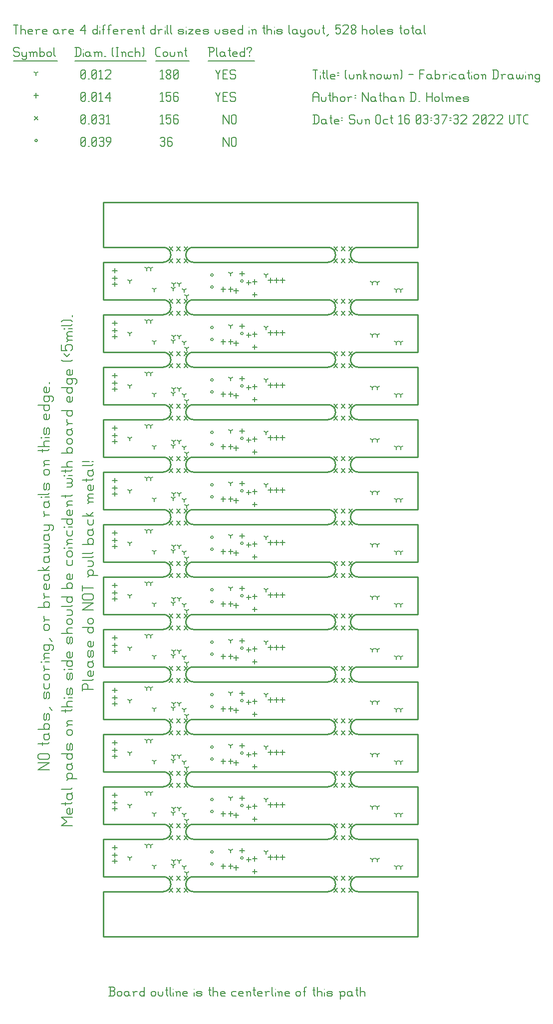
<source format=gbr>
G04 start of page 13 for group -3984 idx -3984 *
G04 Title: (unknown), fab *
G04 Creator: pcb 4.0.2 *
G04 CreationDate: Sun Oct 16 03:37:32 2022 UTC *
G04 For: ndholmes *
G04 Format: Gerber/RS-274X *
G04 PCB-Dimensions (mil): 3000.00 5500.00 *
G04 PCB-Coordinate-Origin: lower left *
%MOIN*%
%FSLAX25Y25*%
%LNFAB*%
%ADD61C,0.0093*%
%ADD60C,0.0074*%
%ADD59C,0.0100*%
%ADD58C,0.0075*%
%ADD57C,0.0060*%
%ADD56R,0.0080X0.0080*%
G54D56*X151700Y467500D02*G75*G03X153300Y467500I800J0D01*G01*
G75*G03X151700Y467500I-800J0D01*G01*
X131700Y471500D02*G75*G03X133300Y471500I800J0D01*G01*
G75*G03X131700Y471500I-800J0D01*G01*
Y463500D02*G75*G03X133300Y463500I800J0D01*G01*
G75*G03X131700Y463500I-800J0D01*G01*
X151700Y432500D02*G75*G03X153300Y432500I800J0D01*G01*
G75*G03X151700Y432500I-800J0D01*G01*
X131700Y436500D02*G75*G03X133300Y436500I800J0D01*G01*
G75*G03X131700Y436500I-800J0D01*G01*
Y428500D02*G75*G03X133300Y428500I800J0D01*G01*
G75*G03X131700Y428500I-800J0D01*G01*
X151700Y397500D02*G75*G03X153300Y397500I800J0D01*G01*
G75*G03X151700Y397500I-800J0D01*G01*
X131700Y401500D02*G75*G03X133300Y401500I800J0D01*G01*
G75*G03X131700Y401500I-800J0D01*G01*
Y393500D02*G75*G03X133300Y393500I800J0D01*G01*
G75*G03X131700Y393500I-800J0D01*G01*
X151700Y362500D02*G75*G03X153300Y362500I800J0D01*G01*
G75*G03X151700Y362500I-800J0D01*G01*
X131700Y366500D02*G75*G03X133300Y366500I800J0D01*G01*
G75*G03X131700Y366500I-800J0D01*G01*
Y358500D02*G75*G03X133300Y358500I800J0D01*G01*
G75*G03X131700Y358500I-800J0D01*G01*
X151700Y327500D02*G75*G03X153300Y327500I800J0D01*G01*
G75*G03X151700Y327500I-800J0D01*G01*
X131700Y331500D02*G75*G03X133300Y331500I800J0D01*G01*
G75*G03X131700Y331500I-800J0D01*G01*
Y323500D02*G75*G03X133300Y323500I800J0D01*G01*
G75*G03X131700Y323500I-800J0D01*G01*
X151700Y292500D02*G75*G03X153300Y292500I800J0D01*G01*
G75*G03X151700Y292500I-800J0D01*G01*
X131700Y296500D02*G75*G03X133300Y296500I800J0D01*G01*
G75*G03X131700Y296500I-800J0D01*G01*
Y288500D02*G75*G03X133300Y288500I800J0D01*G01*
G75*G03X131700Y288500I-800J0D01*G01*
X151700Y257500D02*G75*G03X153300Y257500I800J0D01*G01*
G75*G03X151700Y257500I-800J0D01*G01*
X131700Y261500D02*G75*G03X133300Y261500I800J0D01*G01*
G75*G03X131700Y261500I-800J0D01*G01*
Y253500D02*G75*G03X133300Y253500I800J0D01*G01*
G75*G03X131700Y253500I-800J0D01*G01*
X151700Y222500D02*G75*G03X153300Y222500I800J0D01*G01*
G75*G03X151700Y222500I-800J0D01*G01*
X131700Y226500D02*G75*G03X133300Y226500I800J0D01*G01*
G75*G03X131700Y226500I-800J0D01*G01*
Y218500D02*G75*G03X133300Y218500I800J0D01*G01*
G75*G03X131700Y218500I-800J0D01*G01*
X151700Y187500D02*G75*G03X153300Y187500I800J0D01*G01*
G75*G03X151700Y187500I-800J0D01*G01*
X131700Y191500D02*G75*G03X133300Y191500I800J0D01*G01*
G75*G03X131700Y191500I-800J0D01*G01*
Y183500D02*G75*G03X133300Y183500I800J0D01*G01*
G75*G03X131700Y183500I-800J0D01*G01*
X151700Y152500D02*G75*G03X153300Y152500I800J0D01*G01*
G75*G03X151700Y152500I-800J0D01*G01*
X131700Y156500D02*G75*G03X133300Y156500I800J0D01*G01*
G75*G03X131700Y156500I-800J0D01*G01*
Y148500D02*G75*G03X133300Y148500I800J0D01*G01*
G75*G03X131700Y148500I-800J0D01*G01*
X151700Y117500D02*G75*G03X153300Y117500I800J0D01*G01*
G75*G03X151700Y117500I-800J0D01*G01*
X131700Y121500D02*G75*G03X133300Y121500I800J0D01*G01*
G75*G03X131700Y121500I-800J0D01*G01*
Y113500D02*G75*G03X133300Y113500I800J0D01*G01*
G75*G03X131700Y113500I-800J0D01*G01*
X151700Y82500D02*G75*G03X153300Y82500I800J0D01*G01*
G75*G03X151700Y82500I-800J0D01*G01*
X131700Y86500D02*G75*G03X133300Y86500I800J0D01*G01*
G75*G03X131700Y86500I-800J0D01*G01*
Y78500D02*G75*G03X133300Y78500I800J0D01*G01*
G75*G03X131700Y78500I-800J0D01*G01*
X14200Y561250D02*G75*G03X15800Y561250I800J0D01*G01*
G75*G03X14200Y561250I-800J0D01*G01*
G54D57*X140000Y563500D02*Y557500D01*
Y563500D02*X143750Y557500D01*
Y563500D02*Y557500D01*
X145550Y562750D02*Y558250D01*
Y562750D02*X146300Y563500D01*
X147800D01*
X148550Y562750D01*
Y558250D01*
X147800Y557500D02*X148550Y558250D01*
X146300Y557500D02*X147800D01*
X145550Y558250D02*X146300Y557500D01*
X98000Y562750D02*X98750Y563500D01*
X100250D01*
X101000Y562750D01*
X100250Y557500D02*X101000Y558250D01*
X98750Y557500D02*X100250D01*
X98000Y558250D02*X98750Y557500D01*
Y560800D02*X100250D01*
X101000Y562750D02*Y561550D01*
Y560050D02*Y558250D01*
Y560050D02*X100250Y560800D01*
X101000Y561550D02*X100250Y560800D01*
X105050Y563500D02*X105800Y562750D01*
X103550Y563500D02*X105050D01*
X102800Y562750D02*X103550Y563500D01*
X102800Y562750D02*Y558250D01*
X103550Y557500D01*
X105050Y560800D02*X105800Y560050D01*
X102800Y560800D02*X105050D01*
X103550Y557500D02*X105050D01*
X105800Y558250D01*
Y560050D02*Y558250D01*
X45000D02*X45750Y557500D01*
X45000Y562750D02*Y558250D01*
Y562750D02*X45750Y563500D01*
X47250D01*
X48000Y562750D01*
Y558250D01*
X47250Y557500D02*X48000Y558250D01*
X45750Y557500D02*X47250D01*
X45000Y559000D02*X48000Y562000D01*
X49800Y557500D02*X50550D01*
X52350Y558250D02*X53100Y557500D01*
X52350Y562750D02*Y558250D01*
Y562750D02*X53100Y563500D01*
X54600D01*
X55350Y562750D01*
Y558250D01*
X54600Y557500D02*X55350Y558250D01*
X53100Y557500D02*X54600D01*
X52350Y559000D02*X55350Y562000D01*
X57150Y562750D02*X57900Y563500D01*
X59400D01*
X60150Y562750D01*
X59400Y557500D02*X60150Y558250D01*
X57900Y557500D02*X59400D01*
X57150Y558250D02*X57900Y557500D01*
Y560800D02*X59400D01*
X60150Y562750D02*Y561550D01*
Y560050D02*Y558250D01*
Y560050D02*X59400Y560800D01*
X60150Y561550D02*X59400Y560800D01*
X62700Y557500D02*X64950Y560500D01*
Y562750D02*Y560500D01*
X64200Y563500D02*X64950Y562750D01*
X62700Y563500D02*X64200D01*
X61950Y562750D02*X62700Y563500D01*
X61950Y562750D02*Y561250D01*
X62700Y560500D01*
X64950D01*
X213800Y420200D02*X216200Y417800D01*
X213800D02*X216200Y420200D01*
X218800D02*X221200Y417800D01*
X218800D02*X221200Y420200D01*
X223800D02*X226200Y417800D01*
X223800D02*X226200Y420200D01*
X103800D02*X106200Y417800D01*
X103800D02*X106200Y420200D01*
X108800D02*X111200Y417800D01*
X108800D02*X111200Y420200D01*
X113800D02*X116200Y417800D01*
X113800D02*X116200Y420200D01*
X113800Y447200D02*X116200Y444800D01*
X113800D02*X116200Y447200D01*
X103800D02*X106200Y444800D01*
X103800D02*X106200Y447200D01*
X108800D02*X111200Y444800D01*
X108800D02*X111200Y447200D01*
X113800Y455200D02*X116200Y452800D01*
X113800D02*X116200Y455200D01*
X108800D02*X111200Y452800D01*
X108800D02*X111200Y455200D01*
X103800D02*X106200Y452800D01*
X103800D02*X106200Y455200D01*
X223800Y447200D02*X226200Y444800D01*
X223800D02*X226200Y447200D01*
X213800D02*X216200Y444800D01*
X213800D02*X216200Y447200D01*
X218800D02*X221200Y444800D01*
X218800D02*X221200Y447200D01*
X223800Y455200D02*X226200Y452800D01*
X223800D02*X226200Y455200D01*
X218800D02*X221200Y452800D01*
X218800D02*X221200Y455200D01*
X213800D02*X216200Y452800D01*
X213800D02*X216200Y455200D01*
X113800Y412200D02*X116200Y409800D01*
X113800D02*X116200Y412200D01*
X103800D02*X106200Y409800D01*
X103800D02*X106200Y412200D01*
X108800D02*X111200Y409800D01*
X108800D02*X111200Y412200D01*
X223800D02*X226200Y409800D01*
X223800D02*X226200Y412200D01*
X213800D02*X216200Y409800D01*
X213800D02*X216200Y412200D01*
X218800D02*X221200Y409800D01*
X218800D02*X221200Y412200D01*
X113800Y377200D02*X116200Y374800D01*
X113800D02*X116200Y377200D01*
X103800D02*X106200Y374800D01*
X103800D02*X106200Y377200D01*
X108800D02*X111200Y374800D01*
X108800D02*X111200Y377200D01*
X113800Y385200D02*X116200Y382800D01*
X113800D02*X116200Y385200D01*
X108800D02*X111200Y382800D01*
X108800D02*X111200Y385200D01*
X103800D02*X106200Y382800D01*
X103800D02*X106200Y385200D01*
X223800Y377200D02*X226200Y374800D01*
X223800D02*X226200Y377200D01*
X213800D02*X216200Y374800D01*
X213800D02*X216200Y377200D01*
X218800D02*X221200Y374800D01*
X218800D02*X221200Y377200D01*
X223800Y385200D02*X226200Y382800D01*
X223800D02*X226200Y385200D01*
X218800D02*X221200Y382800D01*
X218800D02*X221200Y385200D01*
X213800D02*X216200Y382800D01*
X213800D02*X216200Y385200D01*
X113800Y342200D02*X116200Y339800D01*
X113800D02*X116200Y342200D01*
X103800D02*X106200Y339800D01*
X103800D02*X106200Y342200D01*
X108800D02*X111200Y339800D01*
X108800D02*X111200Y342200D01*
X113800Y350200D02*X116200Y347800D01*
X113800D02*X116200Y350200D01*
X108800D02*X111200Y347800D01*
X108800D02*X111200Y350200D01*
X103800D02*X106200Y347800D01*
X103800D02*X106200Y350200D01*
X223800Y342200D02*X226200Y339800D01*
X223800D02*X226200Y342200D01*
X213800D02*X216200Y339800D01*
X213800D02*X216200Y342200D01*
X218800D02*X221200Y339800D01*
X218800D02*X221200Y342200D01*
X223800Y350200D02*X226200Y347800D01*
X223800D02*X226200Y350200D01*
X218800D02*X221200Y347800D01*
X218800D02*X221200Y350200D01*
X213800D02*X216200Y347800D01*
X213800D02*X216200Y350200D01*
X113800Y307200D02*X116200Y304800D01*
X113800D02*X116200Y307200D01*
X103800D02*X106200Y304800D01*
X103800D02*X106200Y307200D01*
X108800D02*X111200Y304800D01*
X108800D02*X111200Y307200D01*
X113800Y315200D02*X116200Y312800D01*
X113800D02*X116200Y315200D01*
X108800D02*X111200Y312800D01*
X108800D02*X111200Y315200D01*
X103800D02*X106200Y312800D01*
X103800D02*X106200Y315200D01*
X223800Y307200D02*X226200Y304800D01*
X223800D02*X226200Y307200D01*
X213800D02*X216200Y304800D01*
X213800D02*X216200Y307200D01*
X218800D02*X221200Y304800D01*
X218800D02*X221200Y307200D01*
X223800Y315200D02*X226200Y312800D01*
X223800D02*X226200Y315200D01*
X218800D02*X221200Y312800D01*
X218800D02*X221200Y315200D01*
X213800D02*X216200Y312800D01*
X213800D02*X216200Y315200D01*
X113800Y272200D02*X116200Y269800D01*
X113800D02*X116200Y272200D01*
X103800D02*X106200Y269800D01*
X103800D02*X106200Y272200D01*
X108800D02*X111200Y269800D01*
X108800D02*X111200Y272200D01*
X113800Y280200D02*X116200Y277800D01*
X113800D02*X116200Y280200D01*
X108800D02*X111200Y277800D01*
X108800D02*X111200Y280200D01*
X103800D02*X106200Y277800D01*
X103800D02*X106200Y280200D01*
X223800Y272200D02*X226200Y269800D01*
X223800D02*X226200Y272200D01*
X213800D02*X216200Y269800D01*
X213800D02*X216200Y272200D01*
X218800D02*X221200Y269800D01*
X218800D02*X221200Y272200D01*
X223800Y280200D02*X226200Y277800D01*
X223800D02*X226200Y280200D01*
X218800D02*X221200Y277800D01*
X218800D02*X221200Y280200D01*
X213800D02*X216200Y277800D01*
X213800D02*X216200Y280200D01*
X113800Y237200D02*X116200Y234800D01*
X113800D02*X116200Y237200D01*
X103800D02*X106200Y234800D01*
X103800D02*X106200Y237200D01*
X108800D02*X111200Y234800D01*
X108800D02*X111200Y237200D01*
X113800Y245200D02*X116200Y242800D01*
X113800D02*X116200Y245200D01*
X108800D02*X111200Y242800D01*
X108800D02*X111200Y245200D01*
X103800D02*X106200Y242800D01*
X103800D02*X106200Y245200D01*
X223800Y237200D02*X226200Y234800D01*
X223800D02*X226200Y237200D01*
X213800D02*X216200Y234800D01*
X213800D02*X216200Y237200D01*
X218800D02*X221200Y234800D01*
X218800D02*X221200Y237200D01*
X223800Y245200D02*X226200Y242800D01*
X223800D02*X226200Y245200D01*
X218800D02*X221200Y242800D01*
X218800D02*X221200Y245200D01*
X213800D02*X216200Y242800D01*
X213800D02*X216200Y245200D01*
X113800Y202200D02*X116200Y199800D01*
X113800D02*X116200Y202200D01*
X103800D02*X106200Y199800D01*
X103800D02*X106200Y202200D01*
X108800D02*X111200Y199800D01*
X108800D02*X111200Y202200D01*
X113800Y210200D02*X116200Y207800D01*
X113800D02*X116200Y210200D01*
X108800D02*X111200Y207800D01*
X108800D02*X111200Y210200D01*
X103800D02*X106200Y207800D01*
X103800D02*X106200Y210200D01*
X223800Y202200D02*X226200Y199800D01*
X223800D02*X226200Y202200D01*
X213800D02*X216200Y199800D01*
X213800D02*X216200Y202200D01*
X218800D02*X221200Y199800D01*
X218800D02*X221200Y202200D01*
X223800Y210200D02*X226200Y207800D01*
X223800D02*X226200Y210200D01*
X218800D02*X221200Y207800D01*
X218800D02*X221200Y210200D01*
X213800D02*X216200Y207800D01*
X213800D02*X216200Y210200D01*
X113800Y167200D02*X116200Y164800D01*
X113800D02*X116200Y167200D01*
X103800D02*X106200Y164800D01*
X103800D02*X106200Y167200D01*
X108800D02*X111200Y164800D01*
X108800D02*X111200Y167200D01*
X113800Y175200D02*X116200Y172800D01*
X113800D02*X116200Y175200D01*
X108800D02*X111200Y172800D01*
X108800D02*X111200Y175200D01*
X103800D02*X106200Y172800D01*
X103800D02*X106200Y175200D01*
X223800Y167200D02*X226200Y164800D01*
X223800D02*X226200Y167200D01*
X213800D02*X216200Y164800D01*
X213800D02*X216200Y167200D01*
X218800D02*X221200Y164800D01*
X218800D02*X221200Y167200D01*
X223800Y175200D02*X226200Y172800D01*
X223800D02*X226200Y175200D01*
X218800D02*X221200Y172800D01*
X218800D02*X221200Y175200D01*
X213800D02*X216200Y172800D01*
X213800D02*X216200Y175200D01*
X113800Y132200D02*X116200Y129800D01*
X113800D02*X116200Y132200D01*
X103800D02*X106200Y129800D01*
X103800D02*X106200Y132200D01*
X108800D02*X111200Y129800D01*
X108800D02*X111200Y132200D01*
X113800Y140200D02*X116200Y137800D01*
X113800D02*X116200Y140200D01*
X108800D02*X111200Y137800D01*
X108800D02*X111200Y140200D01*
X103800D02*X106200Y137800D01*
X103800D02*X106200Y140200D01*
X223800Y132200D02*X226200Y129800D01*
X223800D02*X226200Y132200D01*
X213800D02*X216200Y129800D01*
X213800D02*X216200Y132200D01*
X218800D02*X221200Y129800D01*
X218800D02*X221200Y132200D01*
X223800Y140200D02*X226200Y137800D01*
X223800D02*X226200Y140200D01*
X218800D02*X221200Y137800D01*
X218800D02*X221200Y140200D01*
X213800D02*X216200Y137800D01*
X213800D02*X216200Y140200D01*
X113800Y97200D02*X116200Y94800D01*
X113800D02*X116200Y97200D01*
X103800D02*X106200Y94800D01*
X103800D02*X106200Y97200D01*
X108800D02*X111200Y94800D01*
X108800D02*X111200Y97200D01*
X113800Y105200D02*X116200Y102800D01*
X113800D02*X116200Y105200D01*
X108800D02*X111200Y102800D01*
X108800D02*X111200Y105200D01*
X103800D02*X106200Y102800D01*
X103800D02*X106200Y105200D01*
X223800Y97200D02*X226200Y94800D01*
X223800D02*X226200Y97200D01*
X213800D02*X216200Y94800D01*
X213800D02*X216200Y97200D01*
X218800D02*X221200Y94800D01*
X218800D02*X221200Y97200D01*
X223800Y105200D02*X226200Y102800D01*
X223800D02*X226200Y105200D01*
X218800D02*X221200Y102800D01*
X218800D02*X221200Y105200D01*
X213800D02*X216200Y102800D01*
X213800D02*X216200Y105200D01*
X113800Y482200D02*X116200Y479800D01*
X113800D02*X116200Y482200D01*
X103800D02*X106200Y479800D01*
X103800D02*X106200Y482200D01*
X108800D02*X111200Y479800D01*
X108800D02*X111200Y482200D01*
X113800Y490200D02*X116200Y487800D01*
X113800D02*X116200Y490200D01*
X108800D02*X111200Y487800D01*
X108800D02*X111200Y490200D01*
X103800D02*X106200Y487800D01*
X103800D02*X106200Y490200D01*
X223800Y482200D02*X226200Y479800D01*
X223800D02*X226200Y482200D01*
X213800D02*X216200Y479800D01*
X213800D02*X216200Y482200D01*
X218800D02*X221200Y479800D01*
X218800D02*X221200Y482200D01*
X223800Y490200D02*X226200Y487800D01*
X223800D02*X226200Y490200D01*
X218800D02*X221200Y487800D01*
X218800D02*X221200Y490200D01*
X213800D02*X216200Y487800D01*
X213800D02*X216200Y490200D01*
X113800Y70200D02*X116200Y67800D01*
X113800D02*X116200Y70200D01*
X103800D02*X106200Y67800D01*
X103800D02*X106200Y70200D01*
X108800D02*X111200Y67800D01*
X108800D02*X111200Y70200D01*
X113800Y62200D02*X116200Y59800D01*
X113800D02*X116200Y62200D01*
X108800D02*X111200Y59800D01*
X108800D02*X111200Y62200D01*
X103800D02*X106200Y59800D01*
X103800D02*X106200Y62200D01*
X223800Y70200D02*X226200Y67800D01*
X223800D02*X226200Y70200D01*
X213800D02*X216200Y67800D01*
X213800D02*X216200Y70200D01*
X218800D02*X221200Y67800D01*
X218800D02*X221200Y70200D01*
X223800Y62200D02*X226200Y59800D01*
X223800D02*X226200Y62200D01*
X218800D02*X221200Y59800D01*
X218800D02*X221200Y62200D01*
X213800D02*X216200Y59800D01*
X213800D02*X216200Y62200D01*
X13800Y577450D02*X16200Y575050D01*
X13800D02*X16200Y577450D01*
X140000Y578500D02*Y572500D01*
Y578500D02*X143750Y572500D01*
Y578500D02*Y572500D01*
X145550Y577750D02*Y573250D01*
Y577750D02*X146300Y578500D01*
X147800D01*
X148550Y577750D01*
Y573250D01*
X147800Y572500D02*X148550Y573250D01*
X146300Y572500D02*X147800D01*
X145550Y573250D02*X146300Y572500D01*
X98000Y577300D02*X99200Y578500D01*
Y572500D01*
X98000D02*X100250D01*
X102050Y578500D02*X105050D01*
X102050D02*Y575500D01*
X102800Y576250D01*
X104300D01*
X105050Y575500D01*
Y573250D01*
X104300Y572500D02*X105050Y573250D01*
X102800Y572500D02*X104300D01*
X102050Y573250D02*X102800Y572500D01*
X109100Y578500D02*X109850Y577750D01*
X107600Y578500D02*X109100D01*
X106850Y577750D02*X107600Y578500D01*
X106850Y577750D02*Y573250D01*
X107600Y572500D01*
X109100Y575800D02*X109850Y575050D01*
X106850Y575800D02*X109100D01*
X107600Y572500D02*X109100D01*
X109850Y573250D01*
Y575050D02*Y573250D01*
X45000D02*X45750Y572500D01*
X45000Y577750D02*Y573250D01*
Y577750D02*X45750Y578500D01*
X47250D01*
X48000Y577750D01*
Y573250D01*
X47250Y572500D02*X48000Y573250D01*
X45750Y572500D02*X47250D01*
X45000Y574000D02*X48000Y577000D01*
X49800Y572500D02*X50550D01*
X52350Y573250D02*X53100Y572500D01*
X52350Y577750D02*Y573250D01*
Y577750D02*X53100Y578500D01*
X54600D01*
X55350Y577750D01*
Y573250D01*
X54600Y572500D02*X55350Y573250D01*
X53100Y572500D02*X54600D01*
X52350Y574000D02*X55350Y577000D01*
X57150Y577750D02*X57900Y578500D01*
X59400D01*
X60150Y577750D01*
X59400Y572500D02*X60150Y573250D01*
X57900Y572500D02*X59400D01*
X57150Y573250D02*X57900Y572500D01*
Y575800D02*X59400D01*
X60150Y577750D02*Y576550D01*
Y575050D02*Y573250D01*
Y575050D02*X59400Y575800D01*
X60150Y576550D02*X59400Y575800D01*
X61950Y577300D02*X63150Y578500D01*
Y572500D01*
X61950D02*X64200D01*
X67500Y476100D02*Y472900D01*
X65900Y474500D02*X69100D01*
X67500Y467100D02*Y463900D01*
X65900Y465500D02*X69100D01*
X67500Y471100D02*Y467900D01*
X65900Y469500D02*X69100D01*
X145000Y463600D02*Y460400D01*
X143400Y462000D02*X146600D01*
X148500Y462600D02*Y459400D01*
X146900Y461000D02*X150100D01*
X161000Y460100D02*Y456900D01*
X159400Y458500D02*X162600D01*
X161000Y468600D02*Y465400D01*
X159400Y467000D02*X162600D01*
X157000Y468100D02*Y464900D01*
X155400Y466500D02*X158600D01*
X152500Y474100D02*Y470900D01*
X150900Y472500D02*X154100D01*
X175500Y469600D02*Y466400D01*
X173900Y468000D02*X177100D01*
X179500Y469600D02*Y466400D01*
X177900Y468000D02*X181100D01*
X171500Y469600D02*Y466400D01*
X169900Y468000D02*X173100D01*
X140000Y463600D02*Y460400D01*
X138400Y462000D02*X141600D01*
X67500Y441100D02*Y437900D01*
X65900Y439500D02*X69100D01*
X67500Y432100D02*Y428900D01*
X65900Y430500D02*X69100D01*
X67500Y436100D02*Y432900D01*
X65900Y434500D02*X69100D01*
X145000Y428600D02*Y425400D01*
X143400Y427000D02*X146600D01*
X148500Y427600D02*Y424400D01*
X146900Y426000D02*X150100D01*
X161000Y425100D02*Y421900D01*
X159400Y423500D02*X162600D01*
X161000Y433600D02*Y430400D01*
X159400Y432000D02*X162600D01*
X157000Y433100D02*Y429900D01*
X155400Y431500D02*X158600D01*
X152500Y439100D02*Y435900D01*
X150900Y437500D02*X154100D01*
X175500Y434600D02*Y431400D01*
X173900Y433000D02*X177100D01*
X179500Y434600D02*Y431400D01*
X177900Y433000D02*X181100D01*
X171500Y434600D02*Y431400D01*
X169900Y433000D02*X173100D01*
X140000Y428600D02*Y425400D01*
X138400Y427000D02*X141600D01*
X67500Y406100D02*Y402900D01*
X65900Y404500D02*X69100D01*
X67500Y397100D02*Y393900D01*
X65900Y395500D02*X69100D01*
X67500Y401100D02*Y397900D01*
X65900Y399500D02*X69100D01*
X145000Y393600D02*Y390400D01*
X143400Y392000D02*X146600D01*
X148500Y392600D02*Y389400D01*
X146900Y391000D02*X150100D01*
X161000Y390100D02*Y386900D01*
X159400Y388500D02*X162600D01*
X161000Y398600D02*Y395400D01*
X159400Y397000D02*X162600D01*
X157000Y398100D02*Y394900D01*
X155400Y396500D02*X158600D01*
X152500Y404100D02*Y400900D01*
X150900Y402500D02*X154100D01*
X175500Y399600D02*Y396400D01*
X173900Y398000D02*X177100D01*
X179500Y399600D02*Y396400D01*
X177900Y398000D02*X181100D01*
X171500Y399600D02*Y396400D01*
X169900Y398000D02*X173100D01*
X140000Y393600D02*Y390400D01*
X138400Y392000D02*X141600D01*
X67500Y371100D02*Y367900D01*
X65900Y369500D02*X69100D01*
X67500Y362100D02*Y358900D01*
X65900Y360500D02*X69100D01*
X67500Y366100D02*Y362900D01*
X65900Y364500D02*X69100D01*
X145000Y358600D02*Y355400D01*
X143400Y357000D02*X146600D01*
X148500Y357600D02*Y354400D01*
X146900Y356000D02*X150100D01*
X161000Y355100D02*Y351900D01*
X159400Y353500D02*X162600D01*
X161000Y363600D02*Y360400D01*
X159400Y362000D02*X162600D01*
X157000Y363100D02*Y359900D01*
X155400Y361500D02*X158600D01*
X152500Y369100D02*Y365900D01*
X150900Y367500D02*X154100D01*
X175500Y364600D02*Y361400D01*
X173900Y363000D02*X177100D01*
X179500Y364600D02*Y361400D01*
X177900Y363000D02*X181100D01*
X171500Y364600D02*Y361400D01*
X169900Y363000D02*X173100D01*
X140000Y358600D02*Y355400D01*
X138400Y357000D02*X141600D01*
X67500Y336100D02*Y332900D01*
X65900Y334500D02*X69100D01*
X67500Y327100D02*Y323900D01*
X65900Y325500D02*X69100D01*
X67500Y331100D02*Y327900D01*
X65900Y329500D02*X69100D01*
X145000Y323600D02*Y320400D01*
X143400Y322000D02*X146600D01*
X148500Y322600D02*Y319400D01*
X146900Y321000D02*X150100D01*
X161000Y320100D02*Y316900D01*
X159400Y318500D02*X162600D01*
X161000Y328600D02*Y325400D01*
X159400Y327000D02*X162600D01*
X157000Y328100D02*Y324900D01*
X155400Y326500D02*X158600D01*
X152500Y334100D02*Y330900D01*
X150900Y332500D02*X154100D01*
X175500Y329600D02*Y326400D01*
X173900Y328000D02*X177100D01*
X179500Y329600D02*Y326400D01*
X177900Y328000D02*X181100D01*
X171500Y329600D02*Y326400D01*
X169900Y328000D02*X173100D01*
X140000Y323600D02*Y320400D01*
X138400Y322000D02*X141600D01*
X67500Y301100D02*Y297900D01*
X65900Y299500D02*X69100D01*
X67500Y292100D02*Y288900D01*
X65900Y290500D02*X69100D01*
X67500Y296100D02*Y292900D01*
X65900Y294500D02*X69100D01*
X145000Y288600D02*Y285400D01*
X143400Y287000D02*X146600D01*
X148500Y287600D02*Y284400D01*
X146900Y286000D02*X150100D01*
X161000Y285100D02*Y281900D01*
X159400Y283500D02*X162600D01*
X161000Y293600D02*Y290400D01*
X159400Y292000D02*X162600D01*
X157000Y293100D02*Y289900D01*
X155400Y291500D02*X158600D01*
X152500Y299100D02*Y295900D01*
X150900Y297500D02*X154100D01*
X175500Y294600D02*Y291400D01*
X173900Y293000D02*X177100D01*
X179500Y294600D02*Y291400D01*
X177900Y293000D02*X181100D01*
X171500Y294600D02*Y291400D01*
X169900Y293000D02*X173100D01*
X140000Y288600D02*Y285400D01*
X138400Y287000D02*X141600D01*
X67500Y266100D02*Y262900D01*
X65900Y264500D02*X69100D01*
X67500Y257100D02*Y253900D01*
X65900Y255500D02*X69100D01*
X67500Y261100D02*Y257900D01*
X65900Y259500D02*X69100D01*
X145000Y253600D02*Y250400D01*
X143400Y252000D02*X146600D01*
X148500Y252600D02*Y249400D01*
X146900Y251000D02*X150100D01*
X161000Y250100D02*Y246900D01*
X159400Y248500D02*X162600D01*
X161000Y258600D02*Y255400D01*
X159400Y257000D02*X162600D01*
X157000Y258100D02*Y254900D01*
X155400Y256500D02*X158600D01*
X152500Y264100D02*Y260900D01*
X150900Y262500D02*X154100D01*
X175500Y259600D02*Y256400D01*
X173900Y258000D02*X177100D01*
X179500Y259600D02*Y256400D01*
X177900Y258000D02*X181100D01*
X171500Y259600D02*Y256400D01*
X169900Y258000D02*X173100D01*
X140000Y253600D02*Y250400D01*
X138400Y252000D02*X141600D01*
X67500Y231100D02*Y227900D01*
X65900Y229500D02*X69100D01*
X67500Y222100D02*Y218900D01*
X65900Y220500D02*X69100D01*
X67500Y226100D02*Y222900D01*
X65900Y224500D02*X69100D01*
X145000Y218600D02*Y215400D01*
X143400Y217000D02*X146600D01*
X148500Y217600D02*Y214400D01*
X146900Y216000D02*X150100D01*
X161000Y215100D02*Y211900D01*
X159400Y213500D02*X162600D01*
X161000Y223600D02*Y220400D01*
X159400Y222000D02*X162600D01*
X157000Y223100D02*Y219900D01*
X155400Y221500D02*X158600D01*
X152500Y229100D02*Y225900D01*
X150900Y227500D02*X154100D01*
X175500Y224600D02*Y221400D01*
X173900Y223000D02*X177100D01*
X179500Y224600D02*Y221400D01*
X177900Y223000D02*X181100D01*
X171500Y224600D02*Y221400D01*
X169900Y223000D02*X173100D01*
X140000Y218600D02*Y215400D01*
X138400Y217000D02*X141600D01*
X67500Y196100D02*Y192900D01*
X65900Y194500D02*X69100D01*
X67500Y187100D02*Y183900D01*
X65900Y185500D02*X69100D01*
X67500Y191100D02*Y187900D01*
X65900Y189500D02*X69100D01*
X145000Y183600D02*Y180400D01*
X143400Y182000D02*X146600D01*
X148500Y182600D02*Y179400D01*
X146900Y181000D02*X150100D01*
X161000Y180100D02*Y176900D01*
X159400Y178500D02*X162600D01*
X161000Y188600D02*Y185400D01*
X159400Y187000D02*X162600D01*
X157000Y188100D02*Y184900D01*
X155400Y186500D02*X158600D01*
X152500Y194100D02*Y190900D01*
X150900Y192500D02*X154100D01*
X175500Y189600D02*Y186400D01*
X173900Y188000D02*X177100D01*
X179500Y189600D02*Y186400D01*
X177900Y188000D02*X181100D01*
X171500Y189600D02*Y186400D01*
X169900Y188000D02*X173100D01*
X140000Y183600D02*Y180400D01*
X138400Y182000D02*X141600D01*
X67500Y161100D02*Y157900D01*
X65900Y159500D02*X69100D01*
X67500Y152100D02*Y148900D01*
X65900Y150500D02*X69100D01*
X67500Y156100D02*Y152900D01*
X65900Y154500D02*X69100D01*
X145000Y148600D02*Y145400D01*
X143400Y147000D02*X146600D01*
X148500Y147600D02*Y144400D01*
X146900Y146000D02*X150100D01*
X161000Y145100D02*Y141900D01*
X159400Y143500D02*X162600D01*
X161000Y153600D02*Y150400D01*
X159400Y152000D02*X162600D01*
X157000Y153100D02*Y149900D01*
X155400Y151500D02*X158600D01*
X152500Y159100D02*Y155900D01*
X150900Y157500D02*X154100D01*
X175500Y154600D02*Y151400D01*
X173900Y153000D02*X177100D01*
X179500Y154600D02*Y151400D01*
X177900Y153000D02*X181100D01*
X171500Y154600D02*Y151400D01*
X169900Y153000D02*X173100D01*
X140000Y148600D02*Y145400D01*
X138400Y147000D02*X141600D01*
X67500Y126100D02*Y122900D01*
X65900Y124500D02*X69100D01*
X67500Y117100D02*Y113900D01*
X65900Y115500D02*X69100D01*
X67500Y121100D02*Y117900D01*
X65900Y119500D02*X69100D01*
X145000Y113600D02*Y110400D01*
X143400Y112000D02*X146600D01*
X148500Y112600D02*Y109400D01*
X146900Y111000D02*X150100D01*
X161000Y110100D02*Y106900D01*
X159400Y108500D02*X162600D01*
X161000Y118600D02*Y115400D01*
X159400Y117000D02*X162600D01*
X157000Y118100D02*Y114900D01*
X155400Y116500D02*X158600D01*
X152500Y124100D02*Y120900D01*
X150900Y122500D02*X154100D01*
X175500Y119600D02*Y116400D01*
X173900Y118000D02*X177100D01*
X179500Y119600D02*Y116400D01*
X177900Y118000D02*X181100D01*
X171500Y119600D02*Y116400D01*
X169900Y118000D02*X173100D01*
X140000Y113600D02*Y110400D01*
X138400Y112000D02*X141600D01*
X67500Y91100D02*Y87900D01*
X65900Y89500D02*X69100D01*
X67500Y82100D02*Y78900D01*
X65900Y80500D02*X69100D01*
X67500Y86100D02*Y82900D01*
X65900Y84500D02*X69100D01*
X145000Y78600D02*Y75400D01*
X143400Y77000D02*X146600D01*
X148500Y77600D02*Y74400D01*
X146900Y76000D02*X150100D01*
X161000Y75100D02*Y71900D01*
X159400Y73500D02*X162600D01*
X161000Y83600D02*Y80400D01*
X159400Y82000D02*X162600D01*
X157000Y83100D02*Y79900D01*
X155400Y81500D02*X158600D01*
X152500Y89100D02*Y85900D01*
X150900Y87500D02*X154100D01*
X175500Y84600D02*Y81400D01*
X173900Y83000D02*X177100D01*
X179500Y84600D02*Y81400D01*
X177900Y83000D02*X181100D01*
X171500Y84600D02*Y81400D01*
X169900Y83000D02*X173100D01*
X140000Y78600D02*Y75400D01*
X138400Y77000D02*X141600D01*
X15000Y592850D02*Y589650D01*
X13400Y591250D02*X16600D01*
X135000Y593500D02*X136500Y590500D01*
X138000Y593500D01*
X136500Y590500D02*Y587500D01*
X139800Y590800D02*X142050D01*
X139800Y587500D02*X142800D01*
X139800Y593500D02*Y587500D01*
Y593500D02*X142800D01*
X147600D02*X148350Y592750D01*
X145350Y593500D02*X147600D01*
X144600Y592750D02*X145350Y593500D01*
X144600Y592750D02*Y591250D01*
X145350Y590500D01*
X147600D01*
X148350Y589750D01*
Y588250D01*
X147600Y587500D02*X148350Y588250D01*
X145350Y587500D02*X147600D01*
X144600Y588250D02*X145350Y587500D01*
X98000Y592300D02*X99200Y593500D01*
Y587500D01*
X98000D02*X100250D01*
X102050Y593500D02*X105050D01*
X102050D02*Y590500D01*
X102800Y591250D01*
X104300D01*
X105050Y590500D01*
Y588250D01*
X104300Y587500D02*X105050Y588250D01*
X102800Y587500D02*X104300D01*
X102050Y588250D02*X102800Y587500D01*
X109100Y593500D02*X109850Y592750D01*
X107600Y593500D02*X109100D01*
X106850Y592750D02*X107600Y593500D01*
X106850Y592750D02*Y588250D01*
X107600Y587500D01*
X109100Y590800D02*X109850Y590050D01*
X106850Y590800D02*X109100D01*
X107600Y587500D02*X109100D01*
X109850Y588250D01*
Y590050D02*Y588250D01*
X45000D02*X45750Y587500D01*
X45000Y592750D02*Y588250D01*
Y592750D02*X45750Y593500D01*
X47250D01*
X48000Y592750D01*
Y588250D01*
X47250Y587500D02*X48000Y588250D01*
X45750Y587500D02*X47250D01*
X45000Y589000D02*X48000Y592000D01*
X49800Y587500D02*X50550D01*
X52350Y588250D02*X53100Y587500D01*
X52350Y592750D02*Y588250D01*
Y592750D02*X53100Y593500D01*
X54600D01*
X55350Y592750D01*
Y588250D01*
X54600Y587500D02*X55350Y588250D01*
X53100Y587500D02*X54600D01*
X52350Y589000D02*X55350Y592000D01*
X57150Y592300D02*X58350Y593500D01*
Y587500D01*
X57150D02*X59400D01*
X61200Y589750D02*X64200Y593500D01*
X61200Y589750D02*X64950D01*
X64200Y593500D02*Y587500D01*
X77500Y467500D02*Y465900D01*
Y467500D02*X78887Y468300D01*
X77500Y467500D02*X76113Y468300D01*
X89000Y476000D02*Y474400D01*
Y476000D02*X90387Y476800D01*
X89000Y476000D02*X87613Y476800D01*
X168500Y471500D02*Y469900D01*
Y471500D02*X169887Y472300D01*
X168500Y471500D02*X167113Y472300D01*
X255500Y461594D02*Y459994D01*
Y461594D02*X256887Y462394D01*
X255500Y461594D02*X254113Y462394D01*
X258500Y461594D02*Y459994D01*
Y461594D02*X259887Y462394D01*
X258500Y461594D02*X257113Y462394D01*
X243000Y466500D02*Y464900D01*
Y466500D02*X244387Y467300D01*
X243000Y466500D02*X241613Y467300D01*
X239500Y466500D02*Y464900D01*
Y466500D02*X240887Y467300D01*
X239500Y466500D02*X238113Y467300D01*
X145000Y472500D02*Y470900D01*
Y472500D02*X146387Y473300D01*
X145000Y472500D02*X143613Y473300D01*
X115500Y457500D02*Y455900D01*
Y457500D02*X116887Y458300D01*
X115500Y457500D02*X114113Y458300D01*
X114000Y461500D02*Y459900D01*
Y461500D02*X115387Y462300D01*
X114000Y461500D02*X112613Y462300D01*
X106500Y462500D02*Y460900D01*
Y462500D02*X107887Y463300D01*
X106500Y462500D02*X105113Y463300D01*
X107000Y465500D02*Y463900D01*
Y465500D02*X108387Y466300D01*
X107000Y465500D02*X105613Y466300D01*
X110500Y465500D02*Y463900D01*
Y465500D02*X111887Y466300D01*
X110500Y465500D02*X109113Y466300D01*
X94000Y462000D02*Y460400D01*
Y462000D02*X95387Y462800D01*
X94000Y462000D02*X92613Y462800D01*
X91500Y476000D02*Y474400D01*
Y476000D02*X92887Y476800D01*
X91500Y476000D02*X90113Y476800D01*
X77500Y432500D02*Y430900D01*
Y432500D02*X78887Y433300D01*
X77500Y432500D02*X76113Y433300D01*
X89000Y441000D02*Y439400D01*
Y441000D02*X90387Y441800D01*
X89000Y441000D02*X87613Y441800D01*
X168500Y436500D02*Y434900D01*
Y436500D02*X169887Y437300D01*
X168500Y436500D02*X167113Y437300D01*
X255500Y426594D02*Y424994D01*
Y426594D02*X256887Y427394D01*
X255500Y426594D02*X254113Y427394D01*
X258500Y426594D02*Y424994D01*
Y426594D02*X259887Y427394D01*
X258500Y426594D02*X257113Y427394D01*
X243000Y431500D02*Y429900D01*
Y431500D02*X244387Y432300D01*
X243000Y431500D02*X241613Y432300D01*
X239500Y431500D02*Y429900D01*
Y431500D02*X240887Y432300D01*
X239500Y431500D02*X238113Y432300D01*
X145000Y437500D02*Y435900D01*
Y437500D02*X146387Y438300D01*
X145000Y437500D02*X143613Y438300D01*
X115500Y422500D02*Y420900D01*
Y422500D02*X116887Y423300D01*
X115500Y422500D02*X114113Y423300D01*
X114000Y426500D02*Y424900D01*
Y426500D02*X115387Y427300D01*
X114000Y426500D02*X112613Y427300D01*
X106500Y427500D02*Y425900D01*
Y427500D02*X107887Y428300D01*
X106500Y427500D02*X105113Y428300D01*
X107000Y430500D02*Y428900D01*
Y430500D02*X108387Y431300D01*
X107000Y430500D02*X105613Y431300D01*
X110500Y430500D02*Y428900D01*
Y430500D02*X111887Y431300D01*
X110500Y430500D02*X109113Y431300D01*
X94000Y427000D02*Y425400D01*
Y427000D02*X95387Y427800D01*
X94000Y427000D02*X92613Y427800D01*
X91500Y441000D02*Y439400D01*
Y441000D02*X92887Y441800D01*
X91500Y441000D02*X90113Y441800D01*
X77500Y397500D02*Y395900D01*
Y397500D02*X78887Y398300D01*
X77500Y397500D02*X76113Y398300D01*
X89000Y406000D02*Y404400D01*
Y406000D02*X90387Y406800D01*
X89000Y406000D02*X87613Y406800D01*
X168500Y401500D02*Y399900D01*
Y401500D02*X169887Y402300D01*
X168500Y401500D02*X167113Y402300D01*
X255500Y391594D02*Y389994D01*
Y391594D02*X256887Y392394D01*
X255500Y391594D02*X254113Y392394D01*
X258500Y391594D02*Y389994D01*
Y391594D02*X259887Y392394D01*
X258500Y391594D02*X257113Y392394D01*
X243000Y396500D02*Y394900D01*
Y396500D02*X244387Y397300D01*
X243000Y396500D02*X241613Y397300D01*
X239500Y396500D02*Y394900D01*
Y396500D02*X240887Y397300D01*
X239500Y396500D02*X238113Y397300D01*
X145000Y402500D02*Y400900D01*
Y402500D02*X146387Y403300D01*
X145000Y402500D02*X143613Y403300D01*
X115500Y387500D02*Y385900D01*
Y387500D02*X116887Y388300D01*
X115500Y387500D02*X114113Y388300D01*
X114000Y391500D02*Y389900D01*
Y391500D02*X115387Y392300D01*
X114000Y391500D02*X112613Y392300D01*
X106500Y392500D02*Y390900D01*
Y392500D02*X107887Y393300D01*
X106500Y392500D02*X105113Y393300D01*
X107000Y395500D02*Y393900D01*
Y395500D02*X108387Y396300D01*
X107000Y395500D02*X105613Y396300D01*
X110500Y395500D02*Y393900D01*
Y395500D02*X111887Y396300D01*
X110500Y395500D02*X109113Y396300D01*
X94000Y392000D02*Y390400D01*
Y392000D02*X95387Y392800D01*
X94000Y392000D02*X92613Y392800D01*
X91500Y406000D02*Y404400D01*
Y406000D02*X92887Y406800D01*
X91500Y406000D02*X90113Y406800D01*
X77500Y362500D02*Y360900D01*
Y362500D02*X78887Y363300D01*
X77500Y362500D02*X76113Y363300D01*
X89000Y371000D02*Y369400D01*
Y371000D02*X90387Y371800D01*
X89000Y371000D02*X87613Y371800D01*
X168500Y366500D02*Y364900D01*
Y366500D02*X169887Y367300D01*
X168500Y366500D02*X167113Y367300D01*
X255500Y356594D02*Y354994D01*
Y356594D02*X256887Y357394D01*
X255500Y356594D02*X254113Y357394D01*
X258500Y356594D02*Y354994D01*
Y356594D02*X259887Y357394D01*
X258500Y356594D02*X257113Y357394D01*
X243000Y361500D02*Y359900D01*
Y361500D02*X244387Y362300D01*
X243000Y361500D02*X241613Y362300D01*
X239500Y361500D02*Y359900D01*
Y361500D02*X240887Y362300D01*
X239500Y361500D02*X238113Y362300D01*
X145000Y367500D02*Y365900D01*
Y367500D02*X146387Y368300D01*
X145000Y367500D02*X143613Y368300D01*
X115500Y352500D02*Y350900D01*
Y352500D02*X116887Y353300D01*
X115500Y352500D02*X114113Y353300D01*
X114000Y356500D02*Y354900D01*
Y356500D02*X115387Y357300D01*
X114000Y356500D02*X112613Y357300D01*
X106500Y357500D02*Y355900D01*
Y357500D02*X107887Y358300D01*
X106500Y357500D02*X105113Y358300D01*
X107000Y360500D02*Y358900D01*
Y360500D02*X108387Y361300D01*
X107000Y360500D02*X105613Y361300D01*
X110500Y360500D02*Y358900D01*
Y360500D02*X111887Y361300D01*
X110500Y360500D02*X109113Y361300D01*
X94000Y357000D02*Y355400D01*
Y357000D02*X95387Y357800D01*
X94000Y357000D02*X92613Y357800D01*
X91500Y371000D02*Y369400D01*
Y371000D02*X92887Y371800D01*
X91500Y371000D02*X90113Y371800D01*
X77500Y327500D02*Y325900D01*
Y327500D02*X78887Y328300D01*
X77500Y327500D02*X76113Y328300D01*
X89000Y336000D02*Y334400D01*
Y336000D02*X90387Y336800D01*
X89000Y336000D02*X87613Y336800D01*
X168500Y331500D02*Y329900D01*
Y331500D02*X169887Y332300D01*
X168500Y331500D02*X167113Y332300D01*
X255500Y321594D02*Y319994D01*
Y321594D02*X256887Y322394D01*
X255500Y321594D02*X254113Y322394D01*
X258500Y321594D02*Y319994D01*
Y321594D02*X259887Y322394D01*
X258500Y321594D02*X257113Y322394D01*
X243000Y326500D02*Y324900D01*
Y326500D02*X244387Y327300D01*
X243000Y326500D02*X241613Y327300D01*
X239500Y326500D02*Y324900D01*
Y326500D02*X240887Y327300D01*
X239500Y326500D02*X238113Y327300D01*
X145000Y332500D02*Y330900D01*
Y332500D02*X146387Y333300D01*
X145000Y332500D02*X143613Y333300D01*
X115500Y317500D02*Y315900D01*
Y317500D02*X116887Y318300D01*
X115500Y317500D02*X114113Y318300D01*
X114000Y321500D02*Y319900D01*
Y321500D02*X115387Y322300D01*
X114000Y321500D02*X112613Y322300D01*
X106500Y322500D02*Y320900D01*
Y322500D02*X107887Y323300D01*
X106500Y322500D02*X105113Y323300D01*
X107000Y325500D02*Y323900D01*
Y325500D02*X108387Y326300D01*
X107000Y325500D02*X105613Y326300D01*
X110500Y325500D02*Y323900D01*
Y325500D02*X111887Y326300D01*
X110500Y325500D02*X109113Y326300D01*
X94000Y322000D02*Y320400D01*
Y322000D02*X95387Y322800D01*
X94000Y322000D02*X92613Y322800D01*
X91500Y336000D02*Y334400D01*
Y336000D02*X92887Y336800D01*
X91500Y336000D02*X90113Y336800D01*
X77500Y292500D02*Y290900D01*
Y292500D02*X78887Y293300D01*
X77500Y292500D02*X76113Y293300D01*
X89000Y301000D02*Y299400D01*
Y301000D02*X90387Y301800D01*
X89000Y301000D02*X87613Y301800D01*
X168500Y296500D02*Y294900D01*
Y296500D02*X169887Y297300D01*
X168500Y296500D02*X167113Y297300D01*
X255500Y286594D02*Y284994D01*
Y286594D02*X256887Y287394D01*
X255500Y286594D02*X254113Y287394D01*
X258500Y286594D02*Y284994D01*
Y286594D02*X259887Y287394D01*
X258500Y286594D02*X257113Y287394D01*
X243000Y291500D02*Y289900D01*
Y291500D02*X244387Y292300D01*
X243000Y291500D02*X241613Y292300D01*
X239500Y291500D02*Y289900D01*
Y291500D02*X240887Y292300D01*
X239500Y291500D02*X238113Y292300D01*
X145000Y297500D02*Y295900D01*
Y297500D02*X146387Y298300D01*
X145000Y297500D02*X143613Y298300D01*
X115500Y282500D02*Y280900D01*
Y282500D02*X116887Y283300D01*
X115500Y282500D02*X114113Y283300D01*
X114000Y286500D02*Y284900D01*
Y286500D02*X115387Y287300D01*
X114000Y286500D02*X112613Y287300D01*
X106500Y287500D02*Y285900D01*
Y287500D02*X107887Y288300D01*
X106500Y287500D02*X105113Y288300D01*
X107000Y290500D02*Y288900D01*
Y290500D02*X108387Y291300D01*
X107000Y290500D02*X105613Y291300D01*
X110500Y290500D02*Y288900D01*
Y290500D02*X111887Y291300D01*
X110500Y290500D02*X109113Y291300D01*
X94000Y287000D02*Y285400D01*
Y287000D02*X95387Y287800D01*
X94000Y287000D02*X92613Y287800D01*
X91500Y301000D02*Y299400D01*
Y301000D02*X92887Y301800D01*
X91500Y301000D02*X90113Y301800D01*
X77500Y257500D02*Y255900D01*
Y257500D02*X78887Y258300D01*
X77500Y257500D02*X76113Y258300D01*
X89000Y266000D02*Y264400D01*
Y266000D02*X90387Y266800D01*
X89000Y266000D02*X87613Y266800D01*
X168500Y261500D02*Y259900D01*
Y261500D02*X169887Y262300D01*
X168500Y261500D02*X167113Y262300D01*
X255500Y251594D02*Y249994D01*
Y251594D02*X256887Y252394D01*
X255500Y251594D02*X254113Y252394D01*
X258500Y251594D02*Y249994D01*
Y251594D02*X259887Y252394D01*
X258500Y251594D02*X257113Y252394D01*
X243000Y256500D02*Y254900D01*
Y256500D02*X244387Y257300D01*
X243000Y256500D02*X241613Y257300D01*
X239500Y256500D02*Y254900D01*
Y256500D02*X240887Y257300D01*
X239500Y256500D02*X238113Y257300D01*
X145000Y262500D02*Y260900D01*
Y262500D02*X146387Y263300D01*
X145000Y262500D02*X143613Y263300D01*
X115500Y247500D02*Y245900D01*
Y247500D02*X116887Y248300D01*
X115500Y247500D02*X114113Y248300D01*
X114000Y251500D02*Y249900D01*
Y251500D02*X115387Y252300D01*
X114000Y251500D02*X112613Y252300D01*
X106500Y252500D02*Y250900D01*
Y252500D02*X107887Y253300D01*
X106500Y252500D02*X105113Y253300D01*
X107000Y255500D02*Y253900D01*
Y255500D02*X108387Y256300D01*
X107000Y255500D02*X105613Y256300D01*
X110500Y255500D02*Y253900D01*
Y255500D02*X111887Y256300D01*
X110500Y255500D02*X109113Y256300D01*
X94000Y252000D02*Y250400D01*
Y252000D02*X95387Y252800D01*
X94000Y252000D02*X92613Y252800D01*
X91500Y266000D02*Y264400D01*
Y266000D02*X92887Y266800D01*
X91500Y266000D02*X90113Y266800D01*
X77500Y222500D02*Y220900D01*
Y222500D02*X78887Y223300D01*
X77500Y222500D02*X76113Y223300D01*
X89000Y231000D02*Y229400D01*
Y231000D02*X90387Y231800D01*
X89000Y231000D02*X87613Y231800D01*
X168500Y226500D02*Y224900D01*
Y226500D02*X169887Y227300D01*
X168500Y226500D02*X167113Y227300D01*
X255500Y216594D02*Y214994D01*
Y216594D02*X256887Y217394D01*
X255500Y216594D02*X254113Y217394D01*
X258500Y216594D02*Y214994D01*
Y216594D02*X259887Y217394D01*
X258500Y216594D02*X257113Y217394D01*
X243000Y221500D02*Y219900D01*
Y221500D02*X244387Y222300D01*
X243000Y221500D02*X241613Y222300D01*
X239500Y221500D02*Y219900D01*
Y221500D02*X240887Y222300D01*
X239500Y221500D02*X238113Y222300D01*
X145000Y227500D02*Y225900D01*
Y227500D02*X146387Y228300D01*
X145000Y227500D02*X143613Y228300D01*
X115500Y212500D02*Y210900D01*
Y212500D02*X116887Y213300D01*
X115500Y212500D02*X114113Y213300D01*
X114000Y216500D02*Y214900D01*
Y216500D02*X115387Y217300D01*
X114000Y216500D02*X112613Y217300D01*
X106500Y217500D02*Y215900D01*
Y217500D02*X107887Y218300D01*
X106500Y217500D02*X105113Y218300D01*
X107000Y220500D02*Y218900D01*
Y220500D02*X108387Y221300D01*
X107000Y220500D02*X105613Y221300D01*
X110500Y220500D02*Y218900D01*
Y220500D02*X111887Y221300D01*
X110500Y220500D02*X109113Y221300D01*
X94000Y217000D02*Y215400D01*
Y217000D02*X95387Y217800D01*
X94000Y217000D02*X92613Y217800D01*
X91500Y231000D02*Y229400D01*
Y231000D02*X92887Y231800D01*
X91500Y231000D02*X90113Y231800D01*
X77500Y187500D02*Y185900D01*
Y187500D02*X78887Y188300D01*
X77500Y187500D02*X76113Y188300D01*
X89000Y196000D02*Y194400D01*
Y196000D02*X90387Y196800D01*
X89000Y196000D02*X87613Y196800D01*
X168500Y191500D02*Y189900D01*
Y191500D02*X169887Y192300D01*
X168500Y191500D02*X167113Y192300D01*
X255500Y181594D02*Y179994D01*
Y181594D02*X256887Y182394D01*
X255500Y181594D02*X254113Y182394D01*
X258500Y181594D02*Y179994D01*
Y181594D02*X259887Y182394D01*
X258500Y181594D02*X257113Y182394D01*
X243000Y186500D02*Y184900D01*
Y186500D02*X244387Y187300D01*
X243000Y186500D02*X241613Y187300D01*
X239500Y186500D02*Y184900D01*
Y186500D02*X240887Y187300D01*
X239500Y186500D02*X238113Y187300D01*
X145000Y192500D02*Y190900D01*
Y192500D02*X146387Y193300D01*
X145000Y192500D02*X143613Y193300D01*
X115500Y177500D02*Y175900D01*
Y177500D02*X116887Y178300D01*
X115500Y177500D02*X114113Y178300D01*
X114000Y181500D02*Y179900D01*
Y181500D02*X115387Y182300D01*
X114000Y181500D02*X112613Y182300D01*
X106500Y182500D02*Y180900D01*
Y182500D02*X107887Y183300D01*
X106500Y182500D02*X105113Y183300D01*
X107000Y185500D02*Y183900D01*
Y185500D02*X108387Y186300D01*
X107000Y185500D02*X105613Y186300D01*
X110500Y185500D02*Y183900D01*
Y185500D02*X111887Y186300D01*
X110500Y185500D02*X109113Y186300D01*
X94000Y182000D02*Y180400D01*
Y182000D02*X95387Y182800D01*
X94000Y182000D02*X92613Y182800D01*
X91500Y196000D02*Y194400D01*
Y196000D02*X92887Y196800D01*
X91500Y196000D02*X90113Y196800D01*
X77500Y152500D02*Y150900D01*
Y152500D02*X78887Y153300D01*
X77500Y152500D02*X76113Y153300D01*
X89000Y161000D02*Y159400D01*
Y161000D02*X90387Y161800D01*
X89000Y161000D02*X87613Y161800D01*
X168500Y156500D02*Y154900D01*
Y156500D02*X169887Y157300D01*
X168500Y156500D02*X167113Y157300D01*
X255500Y146594D02*Y144994D01*
Y146594D02*X256887Y147394D01*
X255500Y146594D02*X254113Y147394D01*
X258500Y146594D02*Y144994D01*
Y146594D02*X259887Y147394D01*
X258500Y146594D02*X257113Y147394D01*
X243000Y151500D02*Y149900D01*
Y151500D02*X244387Y152300D01*
X243000Y151500D02*X241613Y152300D01*
X239500Y151500D02*Y149900D01*
Y151500D02*X240887Y152300D01*
X239500Y151500D02*X238113Y152300D01*
X145000Y157500D02*Y155900D01*
Y157500D02*X146387Y158300D01*
X145000Y157500D02*X143613Y158300D01*
X115500Y142500D02*Y140900D01*
Y142500D02*X116887Y143300D01*
X115500Y142500D02*X114113Y143300D01*
X114000Y146500D02*Y144900D01*
Y146500D02*X115387Y147300D01*
X114000Y146500D02*X112613Y147300D01*
X106500Y147500D02*Y145900D01*
Y147500D02*X107887Y148300D01*
X106500Y147500D02*X105113Y148300D01*
X107000Y150500D02*Y148900D01*
Y150500D02*X108387Y151300D01*
X107000Y150500D02*X105613Y151300D01*
X110500Y150500D02*Y148900D01*
Y150500D02*X111887Y151300D01*
X110500Y150500D02*X109113Y151300D01*
X94000Y147000D02*Y145400D01*
Y147000D02*X95387Y147800D01*
X94000Y147000D02*X92613Y147800D01*
X91500Y161000D02*Y159400D01*
Y161000D02*X92887Y161800D01*
X91500Y161000D02*X90113Y161800D01*
X77500Y117500D02*Y115900D01*
Y117500D02*X78887Y118300D01*
X77500Y117500D02*X76113Y118300D01*
X89000Y126000D02*Y124400D01*
Y126000D02*X90387Y126800D01*
X89000Y126000D02*X87613Y126800D01*
X168500Y121500D02*Y119900D01*
Y121500D02*X169887Y122300D01*
X168500Y121500D02*X167113Y122300D01*
X255500Y111594D02*Y109994D01*
Y111594D02*X256887Y112394D01*
X255500Y111594D02*X254113Y112394D01*
X258500Y111594D02*Y109994D01*
Y111594D02*X259887Y112394D01*
X258500Y111594D02*X257113Y112394D01*
X243000Y116500D02*Y114900D01*
Y116500D02*X244387Y117300D01*
X243000Y116500D02*X241613Y117300D01*
X239500Y116500D02*Y114900D01*
Y116500D02*X240887Y117300D01*
X239500Y116500D02*X238113Y117300D01*
X145000Y122500D02*Y120900D01*
Y122500D02*X146387Y123300D01*
X145000Y122500D02*X143613Y123300D01*
X115500Y107500D02*Y105900D01*
Y107500D02*X116887Y108300D01*
X115500Y107500D02*X114113Y108300D01*
X114000Y111500D02*Y109900D01*
Y111500D02*X115387Y112300D01*
X114000Y111500D02*X112613Y112300D01*
X106500Y112500D02*Y110900D01*
Y112500D02*X107887Y113300D01*
X106500Y112500D02*X105113Y113300D01*
X107000Y115500D02*Y113900D01*
Y115500D02*X108387Y116300D01*
X107000Y115500D02*X105613Y116300D01*
X110500Y115500D02*Y113900D01*
Y115500D02*X111887Y116300D01*
X110500Y115500D02*X109113Y116300D01*
X94000Y112000D02*Y110400D01*
Y112000D02*X95387Y112800D01*
X94000Y112000D02*X92613Y112800D01*
X91500Y126000D02*Y124400D01*
Y126000D02*X92887Y126800D01*
X91500Y126000D02*X90113Y126800D01*
X77500Y82500D02*Y80900D01*
Y82500D02*X78887Y83300D01*
X77500Y82500D02*X76113Y83300D01*
X89000Y91000D02*Y89400D01*
Y91000D02*X90387Y91800D01*
X89000Y91000D02*X87613Y91800D01*
X168500Y86500D02*Y84900D01*
Y86500D02*X169887Y87300D01*
X168500Y86500D02*X167113Y87300D01*
X255500Y76594D02*Y74994D01*
Y76594D02*X256887Y77394D01*
X255500Y76594D02*X254113Y77394D01*
X258500Y76594D02*Y74994D01*
Y76594D02*X259887Y77394D01*
X258500Y76594D02*X257113Y77394D01*
X243000Y81500D02*Y79900D01*
Y81500D02*X244387Y82300D01*
X243000Y81500D02*X241613Y82300D01*
X239500Y81500D02*Y79900D01*
Y81500D02*X240887Y82300D01*
X239500Y81500D02*X238113Y82300D01*
X145000Y87500D02*Y85900D01*
Y87500D02*X146387Y88300D01*
X145000Y87500D02*X143613Y88300D01*
X115500Y72500D02*Y70900D01*
Y72500D02*X116887Y73300D01*
X115500Y72500D02*X114113Y73300D01*
X114000Y76500D02*Y74900D01*
Y76500D02*X115387Y77300D01*
X114000Y76500D02*X112613Y77300D01*
X106500Y77500D02*Y75900D01*
Y77500D02*X107887Y78300D01*
X106500Y77500D02*X105113Y78300D01*
X107000Y80500D02*Y78900D01*
Y80500D02*X108387Y81300D01*
X107000Y80500D02*X105613Y81300D01*
X110500Y80500D02*Y78900D01*
Y80500D02*X111887Y81300D01*
X110500Y80500D02*X109113Y81300D01*
X94000Y77000D02*Y75400D01*
Y77000D02*X95387Y77800D01*
X94000Y77000D02*X92613Y77800D01*
X91500Y91000D02*Y89400D01*
Y91000D02*X92887Y91800D01*
X91500Y91000D02*X90113Y91800D01*
X15000Y606250D02*Y604650D01*
Y606250D02*X16387Y607050D01*
X15000Y606250D02*X13613Y607050D01*
X135000Y608500D02*X136500Y605500D01*
X138000Y608500D01*
X136500Y605500D02*Y602500D01*
X139800Y605800D02*X142050D01*
X139800Y602500D02*X142800D01*
X139800Y608500D02*Y602500D01*
Y608500D02*X142800D01*
X147600D02*X148350Y607750D01*
X145350Y608500D02*X147600D01*
X144600Y607750D02*X145350Y608500D01*
X144600Y607750D02*Y606250D01*
X145350Y605500D01*
X147600D01*
X148350Y604750D01*
Y603250D01*
X147600Y602500D02*X148350Y603250D01*
X145350Y602500D02*X147600D01*
X144600Y603250D02*X145350Y602500D01*
X98000Y607300D02*X99200Y608500D01*
Y602500D01*
X98000D02*X100250D01*
X102050Y603250D02*X102800Y602500D01*
X102050Y604450D02*Y603250D01*
Y604450D02*X103100Y605500D01*
X104000D01*
X105050Y604450D01*
Y603250D01*
X104300Y602500D02*X105050Y603250D01*
X102800Y602500D02*X104300D01*
X102050Y606550D02*X103100Y605500D01*
X102050Y607750D02*Y606550D01*
Y607750D02*X102800Y608500D01*
X104300D01*
X105050Y607750D01*
Y606550D01*
X104000Y605500D02*X105050Y606550D01*
X106850Y603250D02*X107600Y602500D01*
X106850Y607750D02*Y603250D01*
Y607750D02*X107600Y608500D01*
X109100D01*
X109850Y607750D01*
Y603250D01*
X109100Y602500D02*X109850Y603250D01*
X107600Y602500D02*X109100D01*
X106850Y604000D02*X109850Y607000D01*
X45000Y603250D02*X45750Y602500D01*
X45000Y607750D02*Y603250D01*
Y607750D02*X45750Y608500D01*
X47250D01*
X48000Y607750D01*
Y603250D01*
X47250Y602500D02*X48000Y603250D01*
X45750Y602500D02*X47250D01*
X45000Y604000D02*X48000Y607000D01*
X49800Y602500D02*X50550D01*
X52350Y603250D02*X53100Y602500D01*
X52350Y607750D02*Y603250D01*
Y607750D02*X53100Y608500D01*
X54600D01*
X55350Y607750D01*
Y603250D01*
X54600Y602500D02*X55350Y603250D01*
X53100Y602500D02*X54600D01*
X52350Y604000D02*X55350Y607000D01*
X57150Y607300D02*X58350Y608500D01*
Y602500D01*
X57150D02*X59400D01*
X61200Y607750D02*X61950Y608500D01*
X64200D01*
X64950Y607750D01*
Y606250D01*
X61200Y602500D02*X64950Y606250D01*
X61200Y602500D02*X64950D01*
X3000Y623500D02*X3750Y622750D01*
X750Y623500D02*X3000D01*
X0Y622750D02*X750Y623500D01*
X0Y622750D02*Y621250D01*
X750Y620500D01*
X3000D01*
X3750Y619750D01*
Y618250D01*
X3000Y617500D02*X3750Y618250D01*
X750Y617500D02*X3000D01*
X0Y618250D02*X750Y617500D01*
X5550Y620500D02*Y618250D01*
X6300Y617500D01*
X8550Y620500D02*Y616000D01*
X7800Y615250D02*X8550Y616000D01*
X6300Y615250D02*X7800D01*
X5550Y616000D02*X6300Y615250D01*
Y617500D02*X7800D01*
X8550Y618250D01*
X11100Y619750D02*Y617500D01*
Y619750D02*X11850Y620500D01*
X12600D01*
X13350Y619750D01*
Y617500D01*
Y619750D02*X14100Y620500D01*
X14850D01*
X15600Y619750D01*
Y617500D01*
X10350Y620500D02*X11100Y619750D01*
X17400Y623500D02*Y617500D01*
Y618250D02*X18150Y617500D01*
X19650D01*
X20400Y618250D01*
Y619750D02*Y618250D01*
X19650Y620500D02*X20400Y619750D01*
X18150Y620500D02*X19650D01*
X17400Y619750D02*X18150Y620500D01*
X22200Y619750D02*Y618250D01*
Y619750D02*X22950Y620500D01*
X24450D01*
X25200Y619750D01*
Y618250D01*
X24450Y617500D02*X25200Y618250D01*
X22950Y617500D02*X24450D01*
X22200Y618250D02*X22950Y617500D01*
X27000Y623500D02*Y618250D01*
X27750Y617500D01*
X0Y614250D02*X29250D01*
X41750Y623500D02*Y617500D01*
X43700Y623500D02*X44750Y622450D01*
Y618550D01*
X43700Y617500D02*X44750Y618550D01*
X41000Y617500D02*X43700D01*
X41000Y623500D02*X43700D01*
G54D58*X46550Y622000D02*Y621850D01*
G54D57*Y619750D02*Y617500D01*
X50300Y620500D02*X51050Y619750D01*
X48800Y620500D02*X50300D01*
X48050Y619750D02*X48800Y620500D01*
X48050Y619750D02*Y618250D01*
X48800Y617500D01*
X51050Y620500D02*Y618250D01*
X51800Y617500D01*
X48800D02*X50300D01*
X51050Y618250D01*
X54350Y619750D02*Y617500D01*
Y619750D02*X55100Y620500D01*
X55850D01*
X56600Y619750D01*
Y617500D01*
Y619750D02*X57350Y620500D01*
X58100D01*
X58850Y619750D01*
Y617500D01*
X53600Y620500D02*X54350Y619750D01*
X60650Y617500D02*X61400D01*
X65900Y618250D02*X66650Y617500D01*
X65900Y622750D02*X66650Y623500D01*
X65900Y622750D02*Y618250D01*
X68450Y623500D02*X69950D01*
X69200D02*Y617500D01*
X68450D02*X69950D01*
X72500Y619750D02*Y617500D01*
Y619750D02*X73250Y620500D01*
X74000D01*
X74750Y619750D01*
Y617500D01*
X71750Y620500D02*X72500Y619750D01*
X77300Y620500D02*X79550D01*
X76550Y619750D02*X77300Y620500D01*
X76550Y619750D02*Y618250D01*
X77300Y617500D01*
X79550D01*
X81350Y623500D02*Y617500D01*
Y619750D02*X82100Y620500D01*
X83600D01*
X84350Y619750D01*
Y617500D01*
X86150Y623500D02*X86900Y622750D01*
Y618250D01*
X86150Y617500D02*X86900Y618250D01*
X41000Y614250D02*X88700D01*
X96050Y617500D02*X98000D01*
X95000Y618550D02*X96050Y617500D01*
X95000Y622450D02*Y618550D01*
Y622450D02*X96050Y623500D01*
X98000D01*
X99800Y619750D02*Y618250D01*
Y619750D02*X100550Y620500D01*
X102050D01*
X102800Y619750D01*
Y618250D01*
X102050Y617500D02*X102800Y618250D01*
X100550Y617500D02*X102050D01*
X99800Y618250D02*X100550Y617500D01*
X104600Y620500D02*Y618250D01*
X105350Y617500D01*
X106850D01*
X107600Y618250D01*
Y620500D02*Y618250D01*
X110150Y619750D02*Y617500D01*
Y619750D02*X110900Y620500D01*
X111650D01*
X112400Y619750D01*
Y617500D01*
X109400Y620500D02*X110150Y619750D01*
X114950Y623500D02*Y618250D01*
X115700Y617500D01*
X114200Y621250D02*X115700D01*
X95000Y614250D02*X117200D01*
X130750Y623500D02*Y617500D01*
X130000Y623500D02*X133000D01*
X133750Y622750D01*
Y621250D01*
X133000Y620500D02*X133750Y621250D01*
X130750Y620500D02*X133000D01*
X135550Y623500D02*Y618250D01*
X136300Y617500D01*
X140050Y620500D02*X140800Y619750D01*
X138550Y620500D02*X140050D01*
X137800Y619750D02*X138550Y620500D01*
X137800Y619750D02*Y618250D01*
X138550Y617500D01*
X140800Y620500D02*Y618250D01*
X141550Y617500D01*
X138550D02*X140050D01*
X140800Y618250D01*
X144100Y623500D02*Y618250D01*
X144850Y617500D01*
X143350Y621250D02*X144850D01*
X147100Y617500D02*X149350D01*
X146350Y618250D02*X147100Y617500D01*
X146350Y619750D02*Y618250D01*
Y619750D02*X147100Y620500D01*
X148600D01*
X149350Y619750D01*
X146350Y619000D02*X149350D01*
Y619750D02*Y619000D01*
X154150Y623500D02*Y617500D01*
X153400D02*X154150Y618250D01*
X151900Y617500D02*X153400D01*
X151150Y618250D02*X151900Y617500D01*
X151150Y619750D02*Y618250D01*
Y619750D02*X151900Y620500D01*
X153400D01*
X154150Y619750D01*
X157450Y620500D02*Y619750D01*
Y618250D02*Y617500D01*
X155950Y622750D02*Y622000D01*
Y622750D02*X156700Y623500D01*
X158200D01*
X158950Y622750D01*
Y622000D01*
X157450Y620500D02*X158950Y622000D01*
X130000Y614250D02*X160750D01*
X0Y638500D02*X3000D01*
X1500D02*Y632500D01*
X4800Y638500D02*Y632500D01*
Y634750D02*X5550Y635500D01*
X7050D01*
X7800Y634750D01*
Y632500D01*
X10350D02*X12600D01*
X9600Y633250D02*X10350Y632500D01*
X9600Y634750D02*Y633250D01*
Y634750D02*X10350Y635500D01*
X11850D01*
X12600Y634750D01*
X9600Y634000D02*X12600D01*
Y634750D02*Y634000D01*
X15150Y634750D02*Y632500D01*
Y634750D02*X15900Y635500D01*
X17400D01*
X14400D02*X15150Y634750D01*
X19950Y632500D02*X22200D01*
X19200Y633250D02*X19950Y632500D01*
X19200Y634750D02*Y633250D01*
Y634750D02*X19950Y635500D01*
X21450D01*
X22200Y634750D01*
X19200Y634000D02*X22200D01*
Y634750D02*Y634000D01*
X28950Y635500D02*X29700Y634750D01*
X27450Y635500D02*X28950D01*
X26700Y634750D02*X27450Y635500D01*
X26700Y634750D02*Y633250D01*
X27450Y632500D01*
X29700Y635500D02*Y633250D01*
X30450Y632500D01*
X27450D02*X28950D01*
X29700Y633250D01*
X33000Y634750D02*Y632500D01*
Y634750D02*X33750Y635500D01*
X35250D01*
X32250D02*X33000Y634750D01*
X37800Y632500D02*X40050D01*
X37050Y633250D02*X37800Y632500D01*
X37050Y634750D02*Y633250D01*
Y634750D02*X37800Y635500D01*
X39300D01*
X40050Y634750D01*
X37050Y634000D02*X40050D01*
Y634750D02*Y634000D01*
X44550Y634750D02*X47550Y638500D01*
X44550Y634750D02*X48300D01*
X47550Y638500D02*Y632500D01*
X55800Y638500D02*Y632500D01*
X55050D02*X55800Y633250D01*
X53550Y632500D02*X55050D01*
X52800Y633250D02*X53550Y632500D01*
X52800Y634750D02*Y633250D01*
Y634750D02*X53550Y635500D01*
X55050D01*
X55800Y634750D01*
G54D58*X57600Y637000D02*Y636850D01*
G54D57*Y634750D02*Y632500D01*
X59850Y637750D02*Y632500D01*
Y637750D02*X60600Y638500D01*
X61350D01*
X59100Y635500D02*X60600D01*
X63600Y637750D02*Y632500D01*
Y637750D02*X64350Y638500D01*
X65100D01*
X62850Y635500D02*X64350D01*
X67350Y632500D02*X69600D01*
X66600Y633250D02*X67350Y632500D01*
X66600Y634750D02*Y633250D01*
Y634750D02*X67350Y635500D01*
X68850D01*
X69600Y634750D01*
X66600Y634000D02*X69600D01*
Y634750D02*Y634000D01*
X72150Y634750D02*Y632500D01*
Y634750D02*X72900Y635500D01*
X74400D01*
X71400D02*X72150Y634750D01*
X76950Y632500D02*X79200D01*
X76200Y633250D02*X76950Y632500D01*
X76200Y634750D02*Y633250D01*
Y634750D02*X76950Y635500D01*
X78450D01*
X79200Y634750D01*
X76200Y634000D02*X79200D01*
Y634750D02*Y634000D01*
X81750Y634750D02*Y632500D01*
Y634750D02*X82500Y635500D01*
X83250D01*
X84000Y634750D01*
Y632500D01*
X81000Y635500D02*X81750Y634750D01*
X86550Y638500D02*Y633250D01*
X87300Y632500D01*
X85800Y636250D02*X87300D01*
X94500Y638500D02*Y632500D01*
X93750D02*X94500Y633250D01*
X92250Y632500D02*X93750D01*
X91500Y633250D02*X92250Y632500D01*
X91500Y634750D02*Y633250D01*
Y634750D02*X92250Y635500D01*
X93750D01*
X94500Y634750D01*
X97050D02*Y632500D01*
Y634750D02*X97800Y635500D01*
X99300D01*
X96300D02*X97050Y634750D01*
G54D58*X101100Y637000D02*Y636850D01*
G54D57*Y634750D02*Y632500D01*
X102600Y638500D02*Y633250D01*
X103350Y632500D01*
X104850Y638500D02*Y633250D01*
X105600Y632500D01*
X110550D02*X112800D01*
X113550Y633250D01*
X112800Y634000D02*X113550Y633250D01*
X110550Y634000D02*X112800D01*
X109800Y634750D02*X110550Y634000D01*
X109800Y634750D02*X110550Y635500D01*
X112800D01*
X113550Y634750D01*
X109800Y633250D02*X110550Y632500D01*
G54D58*X115350Y637000D02*Y636850D01*
G54D57*Y634750D02*Y632500D01*
X116850Y635500D02*X119850D01*
X116850Y632500D02*X119850Y635500D01*
X116850Y632500D02*X119850D01*
X122400D02*X124650D01*
X121650Y633250D02*X122400Y632500D01*
X121650Y634750D02*Y633250D01*
Y634750D02*X122400Y635500D01*
X123900D01*
X124650Y634750D01*
X121650Y634000D02*X124650D01*
Y634750D02*Y634000D01*
X127200Y632500D02*X129450D01*
X130200Y633250D01*
X129450Y634000D02*X130200Y633250D01*
X127200Y634000D02*X129450D01*
X126450Y634750D02*X127200Y634000D01*
X126450Y634750D02*X127200Y635500D01*
X129450D01*
X130200Y634750D01*
X126450Y633250D02*X127200Y632500D01*
X134700Y635500D02*Y633250D01*
X135450Y632500D01*
X136950D01*
X137700Y633250D01*
Y635500D02*Y633250D01*
X140250Y632500D02*X142500D01*
X143250Y633250D01*
X142500Y634000D02*X143250Y633250D01*
X140250Y634000D02*X142500D01*
X139500Y634750D02*X140250Y634000D01*
X139500Y634750D02*X140250Y635500D01*
X142500D01*
X143250Y634750D01*
X139500Y633250D02*X140250Y632500D01*
X145800D02*X148050D01*
X145050Y633250D02*X145800Y632500D01*
X145050Y634750D02*Y633250D01*
Y634750D02*X145800Y635500D01*
X147300D01*
X148050Y634750D01*
X145050Y634000D02*X148050D01*
Y634750D02*Y634000D01*
X152850Y638500D02*Y632500D01*
X152100D02*X152850Y633250D01*
X150600Y632500D02*X152100D01*
X149850Y633250D02*X150600Y632500D01*
X149850Y634750D02*Y633250D01*
Y634750D02*X150600Y635500D01*
X152100D01*
X152850Y634750D01*
G54D58*X157350Y637000D02*Y636850D01*
G54D57*Y634750D02*Y632500D01*
X159600Y634750D02*Y632500D01*
Y634750D02*X160350Y635500D01*
X161100D01*
X161850Y634750D01*
Y632500D01*
X158850Y635500D02*X159600Y634750D01*
X167100Y638500D02*Y633250D01*
X167850Y632500D01*
X166350Y636250D02*X167850D01*
X169350Y638500D02*Y632500D01*
Y634750D02*X170100Y635500D01*
X171600D01*
X172350Y634750D01*
Y632500D01*
G54D58*X174150Y637000D02*Y636850D01*
G54D57*Y634750D02*Y632500D01*
X176400D02*X178650D01*
X179400Y633250D01*
X178650Y634000D02*X179400Y633250D01*
X176400Y634000D02*X178650D01*
X175650Y634750D02*X176400Y634000D01*
X175650Y634750D02*X176400Y635500D01*
X178650D01*
X179400Y634750D01*
X175650Y633250D02*X176400Y632500D01*
X183900Y638500D02*Y633250D01*
X184650Y632500D01*
X188400Y635500D02*X189150Y634750D01*
X186900Y635500D02*X188400D01*
X186150Y634750D02*X186900Y635500D01*
X186150Y634750D02*Y633250D01*
X186900Y632500D01*
X189150Y635500D02*Y633250D01*
X189900Y632500D01*
X186900D02*X188400D01*
X189150Y633250D01*
X191700Y635500D02*Y633250D01*
X192450Y632500D01*
X194700Y635500D02*Y631000D01*
X193950Y630250D02*X194700Y631000D01*
X192450Y630250D02*X193950D01*
X191700Y631000D02*X192450Y630250D01*
Y632500D02*X193950D01*
X194700Y633250D01*
X196500Y634750D02*Y633250D01*
Y634750D02*X197250Y635500D01*
X198750D01*
X199500Y634750D01*
Y633250D01*
X198750Y632500D02*X199500Y633250D01*
X197250Y632500D02*X198750D01*
X196500Y633250D02*X197250Y632500D01*
X201300Y635500D02*Y633250D01*
X202050Y632500D01*
X203550D01*
X204300Y633250D01*
Y635500D02*Y633250D01*
X206850Y638500D02*Y633250D01*
X207600Y632500D01*
X206100Y636250D02*X207600D01*
X209100Y631000D02*X210600Y632500D01*
X215100Y638500D02*X218100D01*
X215100D02*Y635500D01*
X215850Y636250D01*
X217350D01*
X218100Y635500D01*
Y633250D01*
X217350Y632500D02*X218100Y633250D01*
X215850Y632500D02*X217350D01*
X215100Y633250D02*X215850Y632500D01*
X219900Y637750D02*X220650Y638500D01*
X222900D01*
X223650Y637750D01*
Y636250D01*
X219900Y632500D02*X223650Y636250D01*
X219900Y632500D02*X223650D01*
X225450Y633250D02*X226200Y632500D01*
X225450Y634450D02*Y633250D01*
Y634450D02*X226500Y635500D01*
X227400D01*
X228450Y634450D01*
Y633250D01*
X227700Y632500D02*X228450Y633250D01*
X226200Y632500D02*X227700D01*
X225450Y636550D02*X226500Y635500D01*
X225450Y637750D02*Y636550D01*
Y637750D02*X226200Y638500D01*
X227700D01*
X228450Y637750D01*
Y636550D01*
X227400Y635500D02*X228450Y636550D01*
X232950Y638500D02*Y632500D01*
Y634750D02*X233700Y635500D01*
X235200D01*
X235950Y634750D01*
Y632500D01*
X237750Y634750D02*Y633250D01*
Y634750D02*X238500Y635500D01*
X240000D01*
X240750Y634750D01*
Y633250D01*
X240000Y632500D02*X240750Y633250D01*
X238500Y632500D02*X240000D01*
X237750Y633250D02*X238500Y632500D01*
X242550Y638500D02*Y633250D01*
X243300Y632500D01*
X245550D02*X247800D01*
X244800Y633250D02*X245550Y632500D01*
X244800Y634750D02*Y633250D01*
Y634750D02*X245550Y635500D01*
X247050D01*
X247800Y634750D01*
X244800Y634000D02*X247800D01*
Y634750D02*Y634000D01*
X250350Y632500D02*X252600D01*
X253350Y633250D01*
X252600Y634000D02*X253350Y633250D01*
X250350Y634000D02*X252600D01*
X249600Y634750D02*X250350Y634000D01*
X249600Y634750D02*X250350Y635500D01*
X252600D01*
X253350Y634750D01*
X249600Y633250D02*X250350Y632500D01*
X258600Y638500D02*Y633250D01*
X259350Y632500D01*
X257850Y636250D02*X259350D01*
X260850Y634750D02*Y633250D01*
Y634750D02*X261600Y635500D01*
X263100D01*
X263850Y634750D01*
Y633250D01*
X263100Y632500D02*X263850Y633250D01*
X261600Y632500D02*X263100D01*
X260850Y633250D02*X261600Y632500D01*
X266400Y638500D02*Y633250D01*
X267150Y632500D01*
X265650Y636250D02*X267150D01*
X270900Y635500D02*X271650Y634750D01*
X269400Y635500D02*X270900D01*
X268650Y634750D02*X269400Y635500D01*
X268650Y634750D02*Y633250D01*
X269400Y632500D01*
X271650Y635500D02*Y633250D01*
X272400Y632500D01*
X269400D02*X270900D01*
X271650Y633250D01*
X274200Y638500D02*Y633250D01*
X274950Y632500D01*
G54D59*X230000Y95000D02*X270000D01*
Y105000D02*X230000D01*
X210000Y95000D02*X120000D01*
Y105000D02*X210000D01*
X100000Y95000D02*X60000D01*
Y105000D02*X100000D01*
X270000Y95000D02*Y70000D01*
X60000D02*Y95000D01*
X230000Y130000D02*X270000D01*
Y140000D02*X230000D01*
X210000Y130000D02*X120000D01*
Y140000D02*X210000D01*
X100000Y130000D02*X60000D01*
Y140000D02*X100000D01*
X270000Y130000D02*Y105000D01*
X60000D02*Y130000D01*
X230000Y165000D02*X270000D01*
Y175000D02*X230000D01*
X210000Y165000D02*X120000D01*
Y175000D02*X210000D01*
X100000Y165000D02*X60000D01*
Y175000D02*X100000D01*
X270000Y165000D02*Y140000D01*
X60000D02*Y165000D01*
X230000Y200000D02*X270000D01*
Y210000D02*X230000D01*
X210000Y200000D02*X120000D01*
Y210000D02*X210000D01*
X100000Y200000D02*X60000D01*
Y210000D02*X100000D01*
X270000Y200000D02*Y175000D01*
X60000D02*Y200000D01*
X230000Y235000D02*X270000D01*
Y245000D02*X230000D01*
X210000Y235000D02*X120000D01*
Y245000D02*X210000D01*
X100000Y235000D02*X60000D01*
Y245000D02*X100000D01*
X270000Y235000D02*Y210000D01*
X60000D02*Y235000D01*
X230000Y270000D02*X270000D01*
Y280000D02*X230000D01*
X210000Y270000D02*X120000D01*
Y280000D02*X210000D01*
X100000Y270000D02*X60000D01*
Y280000D02*X100000D01*
X270000Y270000D02*Y245000D01*
X60000D02*Y270000D01*
X230000Y305000D02*X270000D01*
Y315000D02*X230000D01*
X210000Y305000D02*X120000D01*
Y315000D02*X210000D01*
X100000Y305000D02*X60000D01*
Y315000D02*X100000D01*
X270000Y305000D02*Y280000D01*
X60000D02*Y305000D01*
X230000Y340000D02*X270000D01*
Y350000D02*X230000D01*
X210000Y340000D02*X120000D01*
Y350000D02*X210000D01*
X100000Y340000D02*X60000D01*
Y350000D02*X100000D01*
X270000Y340000D02*Y315000D01*
X60000D02*Y340000D01*
X230000Y375000D02*X270000D01*
Y385000D02*X230000D01*
X210000Y375000D02*X120000D01*
Y385000D02*X210000D01*
X100000Y375000D02*X60000D01*
Y385000D02*X100000D01*
X270000Y375000D02*Y350000D01*
X60000D02*Y375000D01*
X230000Y410000D02*X270000D01*
Y420000D02*X230000D01*
X210000Y410000D02*X120000D01*
Y420000D02*X210000D01*
X100000Y410000D02*X60000D01*
Y420000D02*X100000D01*
X270000Y410000D02*Y385000D01*
X60000D02*Y410000D01*
X230000Y445000D02*X270000D01*
Y455000D02*X230000D01*
X210000Y445000D02*X120000D01*
Y455000D02*X210000D01*
X100000Y445000D02*X60000D01*
Y455000D02*X100000D01*
X270000Y445000D02*Y420000D01*
X60000D02*Y445000D01*
X270000Y480000D02*Y455000D01*
X60000D02*Y480000D01*
X210000D02*X120000D01*
Y490000D02*X210000D01*
X230000Y480000D02*X270000D01*
X100000D02*X60000D01*
X100000Y490000D02*X60000D01*
Y520000D01*
X270000D02*Y490000D01*
X230000D01*
X210000Y70000D02*X120000D01*
Y60000D02*X210000D01*
X230000Y70000D02*X270000D01*
X100000D02*X60000D01*
X100000Y60000D02*X60000D01*
Y30000D01*
X270000D02*Y60000D01*
X230000D01*
X60000Y520000D02*X270000D01*
X60000Y30000D02*X270000D01*
X225000Y100000D02*G75*G03X230000Y95000I5000J0D01*G01*
X225000Y100000D02*G75*G02X230000Y105000I5000J0D01*G01*
X215000Y100000D02*G75*G02X210000Y95000I-5000J0D01*G01*
X215000Y100000D02*G75*G03X210000Y105000I-5000J0D01*G01*
X115000Y100000D02*G75*G03X120000Y95000I5000J0D01*G01*
X115000Y100000D02*G75*G02X120000Y105000I5000J0D01*G01*
X105000Y100000D02*G75*G02X100000Y95000I-5000J0D01*G01*
X105000Y100000D02*G75*G03X100000Y105000I-5000J0D01*G01*
X225000Y135000D02*G75*G03X230000Y130000I5000J0D01*G01*
X225000Y135000D02*G75*G02X230000Y140000I5000J0D01*G01*
X215000Y135000D02*G75*G02X210000Y130000I-5000J0D01*G01*
X215000Y135000D02*G75*G03X210000Y140000I-5000J0D01*G01*
X115000Y135000D02*G75*G03X120000Y130000I5000J0D01*G01*
X115000Y135000D02*G75*G02X120000Y140000I5000J0D01*G01*
X105000Y135000D02*G75*G02X100000Y130000I-5000J0D01*G01*
X105000Y135000D02*G75*G03X100000Y140000I-5000J0D01*G01*
X225000Y170000D02*G75*G03X230000Y165000I5000J0D01*G01*
X225000Y170000D02*G75*G02X230000Y175000I5000J0D01*G01*
X215000Y170000D02*G75*G02X210000Y165000I-5000J0D01*G01*
X215000Y170000D02*G75*G03X210000Y175000I-5000J0D01*G01*
X115000Y170000D02*G75*G03X120000Y165000I5000J0D01*G01*
X115000Y170000D02*G75*G02X120000Y175000I5000J0D01*G01*
X105000Y170000D02*G75*G02X100000Y165000I-5000J0D01*G01*
X105000Y170000D02*G75*G03X100000Y175000I-5000J0D01*G01*
X225000Y205000D02*G75*G03X230000Y200000I5000J0D01*G01*
X225000Y205000D02*G75*G02X230000Y210000I5000J0D01*G01*
X215000Y205000D02*G75*G02X210000Y200000I-5000J0D01*G01*
X215000Y205000D02*G75*G03X210000Y210000I-5000J0D01*G01*
X115000Y205000D02*G75*G03X120000Y200000I5000J0D01*G01*
X115000Y205000D02*G75*G02X120000Y210000I5000J0D01*G01*
X105000Y205000D02*G75*G02X100000Y200000I-5000J0D01*G01*
X105000Y205000D02*G75*G03X100000Y210000I-5000J0D01*G01*
X225000Y240000D02*G75*G03X230000Y235000I5000J0D01*G01*
X225000Y240000D02*G75*G02X230000Y245000I5000J0D01*G01*
X215000Y240000D02*G75*G02X210000Y235000I-5000J0D01*G01*
X215000Y240000D02*G75*G03X210000Y245000I-5000J0D01*G01*
X115000Y240000D02*G75*G03X120000Y235000I5000J0D01*G01*
X115000Y240000D02*G75*G02X120000Y245000I5000J0D01*G01*
X105000Y240000D02*G75*G02X100000Y235000I-5000J0D01*G01*
X105000Y240000D02*G75*G03X100000Y245000I-5000J0D01*G01*
X225000Y275000D02*G75*G03X230000Y270000I5000J0D01*G01*
X225000Y275000D02*G75*G02X230000Y280000I5000J0D01*G01*
X215000Y275000D02*G75*G02X210000Y270000I-5000J0D01*G01*
X215000Y275000D02*G75*G03X210000Y280000I-5000J0D01*G01*
X115000Y275000D02*G75*G03X120000Y270000I5000J0D01*G01*
X115000Y275000D02*G75*G02X120000Y280000I5000J0D01*G01*
X105000Y275000D02*G75*G02X100000Y270000I-5000J0D01*G01*
X105000Y275000D02*G75*G03X100000Y280000I-5000J0D01*G01*
X225000Y310000D02*G75*G03X230000Y305000I5000J0D01*G01*
X225000Y310000D02*G75*G02X230000Y315000I5000J0D01*G01*
X215000Y310000D02*G75*G02X210000Y305000I-5000J0D01*G01*
X215000Y310000D02*G75*G03X210000Y315000I-5000J0D01*G01*
X115000Y310000D02*G75*G03X120000Y305000I5000J0D01*G01*
X115000Y310000D02*G75*G02X120000Y315000I5000J0D01*G01*
X105000Y310000D02*G75*G02X100000Y305000I-5000J0D01*G01*
X105000Y310000D02*G75*G03X100000Y315000I-5000J0D01*G01*
X225000Y345000D02*G75*G03X230000Y340000I5000J0D01*G01*
X225000Y345000D02*G75*G02X230000Y350000I5000J0D01*G01*
X215000Y345000D02*G75*G02X210000Y340000I-5000J0D01*G01*
X215000Y345000D02*G75*G03X210000Y350000I-5000J0D01*G01*
X115000Y345000D02*G75*G03X120000Y340000I5000J0D01*G01*
X115000Y345000D02*G75*G02X120000Y350000I5000J0D01*G01*
X105000Y345000D02*G75*G02X100000Y340000I-5000J0D01*G01*
X105000Y345000D02*G75*G03X100000Y350000I-5000J0D01*G01*
X225000Y380000D02*G75*G03X230000Y375000I5000J0D01*G01*
X225000Y380000D02*G75*G02X230000Y385000I5000J0D01*G01*
X215000Y380000D02*G75*G02X210000Y375000I-5000J0D01*G01*
X215000Y380000D02*G75*G03X210000Y385000I-5000J0D01*G01*
X115000Y380000D02*G75*G03X120000Y375000I5000J0D01*G01*
X115000Y380000D02*G75*G02X120000Y385000I5000J0D01*G01*
X105000Y380000D02*G75*G02X100000Y375000I-5000J0D01*G01*
X105000Y380000D02*G75*G03X100000Y385000I-5000J0D01*G01*
X225000Y415000D02*G75*G03X230000Y410000I5000J0D01*G01*
X225000Y415000D02*G75*G02X230000Y420000I5000J0D01*G01*
X215000Y415000D02*G75*G02X210000Y410000I-5000J0D01*G01*
X215000Y415000D02*G75*G03X210000Y420000I-5000J0D01*G01*
X115000Y415000D02*G75*G03X120000Y410000I5000J0D01*G01*
X115000Y415000D02*G75*G02X120000Y420000I5000J0D01*G01*
X105000Y415000D02*G75*G02X100000Y410000I-5000J0D01*G01*
X105000Y415000D02*G75*G03X100000Y420000I-5000J0D01*G01*
X225000Y450000D02*G75*G03X230000Y445000I5000J0D01*G01*
X225000Y450000D02*G75*G02X230000Y455000I5000J0D01*G01*
X215000Y450000D02*G75*G02X210000Y445000I-5000J0D01*G01*
X215000Y450000D02*G75*G03X210000Y455000I-5000J0D01*G01*
X115000Y450000D02*G75*G03X120000Y445000I5000J0D01*G01*
X115000Y450000D02*G75*G02X120000Y455000I5000J0D01*G01*
X105000Y450000D02*G75*G02X100000Y445000I-5000J0D01*G01*
X105000Y450000D02*G75*G03X100000Y455000I-5000J0D01*G01*
X225000Y485000D02*G75*G03X230000Y480000I5000J0D01*G01*
X225000Y485000D02*G75*G02X230000Y490000I5000J0D01*G01*
X215000Y485000D02*G75*G02X210000Y480000I-5000J0D01*G01*
X215000Y485000D02*G75*G03X210000Y490000I-5000J0D01*G01*
X115000Y485000D02*G75*G03X120000Y480000I5000J0D01*G01*
X115000Y485000D02*G75*G02X120000Y490000I5000J0D01*G01*
X105000Y485000D02*G75*G02X100000Y480000I-5000J0D01*G01*
X105000Y485000D02*G75*G03X100000Y490000I-5000J0D01*G01*
X225000Y65000D02*G75*G02X230000Y70000I5000J0D01*G01*
X225000Y65000D02*G75*G03X230000Y60000I5000J0D01*G01*
X215000Y65000D02*G75*G03X210000Y70000I-5000J0D01*G01*
X215000Y65000D02*G75*G02X210000Y60000I-5000J0D01*G01*
X115000Y65000D02*G75*G02X120000Y70000I5000J0D01*G01*
X115000Y65000D02*G75*G03X120000Y60000I5000J0D01*G01*
X105000Y65000D02*G75*G03X100000Y70000I-5000J0D01*G01*
X105000Y65000D02*G75*G02X100000Y60000I-5000J0D01*G01*
G54D60*X16360Y141500D02*X23800D01*
X16360D02*X23800Y146150D01*
X16360D02*X23800D01*
X17290Y148382D02*X22870D01*
X17290D02*X16360Y149312D01*
Y151172D02*Y149312D01*
Y151172D02*X17290Y152102D01*
X22870D01*
X23800Y151172D02*X22870Y152102D01*
X23800Y151172D02*Y149312D01*
X22870Y148382D02*X23800Y149312D01*
X16360Y158612D02*X22870D01*
X23800Y159542D01*
X19150D02*Y157682D01*
X20080Y164192D02*X21010Y165122D01*
X20080Y164192D02*Y162332D01*
X21010Y161402D02*X20080Y162332D01*
X21010Y161402D02*X22870D01*
X23800Y162332D01*
X20080Y165122D02*X22870D01*
X23800Y166052D01*
Y164192D02*Y162332D01*
Y164192D02*X22870Y165122D01*
X16360Y168284D02*X23800D01*
X22870D02*X23800Y169214D01*
Y171074D02*Y169214D01*
Y171074D02*X22870Y172004D01*
X21010D02*X22870D01*
X20080Y171074D02*X21010Y172004D01*
X20080Y171074D02*Y169214D01*
X21010Y168284D02*X20080Y169214D01*
X23800Y177956D02*Y175166D01*
Y177956D02*X22870Y178886D01*
X21940Y177956D02*X22870Y178886D01*
X21940Y177956D02*Y175166D01*
X21010Y174236D02*X21940Y175166D01*
X21010Y174236D02*X20080Y175166D01*
Y177956D02*Y175166D01*
Y177956D02*X21010Y178886D01*
X22870Y174236D02*X23800Y175166D01*
X25660Y181118D02*X23800Y182978D01*
Y192278D02*Y189488D01*
Y192278D02*X22870Y193208D01*
X21940Y192278D02*X22870Y193208D01*
X21940Y192278D02*Y189488D01*
X21010Y188558D02*X21940Y189488D01*
X21010Y188558D02*X20080Y189488D01*
Y192278D02*Y189488D01*
Y192278D02*X21010Y193208D01*
X22870Y188558D02*X23800Y189488D01*
X20080Y199160D02*Y196370D01*
X21010Y195440D02*X20080Y196370D01*
X21010Y195440D02*X22870D01*
X23800Y196370D01*
Y199160D02*Y196370D01*
X21010Y201392D02*X22870D01*
X21010D02*X20080Y202322D01*
Y204182D02*Y202322D01*
Y204182D02*X21010Y205112D01*
X22870D01*
X23800Y204182D02*X22870Y205112D01*
X23800Y204182D02*Y202322D01*
X22870Y201392D02*X23800Y202322D01*
X21010Y208274D02*X23800D01*
X21010D02*X20080Y209204D01*
Y211064D02*Y209204D01*
Y207344D02*X21010Y208274D01*
G54D61*X18220Y213296D02*X18406D01*
G54D60*X21010D02*X23800D01*
X21010Y216086D02*X23800D01*
X21010D02*X20080Y217016D01*
Y217946D02*Y217016D01*
Y217946D02*X21010Y218876D01*
X23800D01*
X20080Y215156D02*X21010Y216086D01*
X20080Y223898D02*X21010Y224828D01*
X20080Y223898D02*Y222038D01*
X21010Y221108D02*X20080Y222038D01*
X21010Y221108D02*X22870D01*
X23800Y222038D01*
Y223898D02*Y222038D01*
Y223898D02*X22870Y224828D01*
X25660Y221108D02*X26590Y222038D01*
Y223898D02*Y222038D01*
Y223898D02*X25660Y224828D01*
X20080D02*X25660D01*
Y227060D02*X23800Y228920D01*
X21010Y234500D02*X22870D01*
X21010D02*X20080Y235430D01*
Y237290D02*Y235430D01*
Y237290D02*X21010Y238220D01*
X22870D01*
X23800Y237290D02*X22870Y238220D01*
X23800Y237290D02*Y235430D01*
X22870Y234500D02*X23800Y235430D01*
X21010Y241382D02*X23800D01*
X21010D02*X20080Y242312D01*
Y244172D02*Y242312D01*
Y240452D02*X21010Y241382D01*
X16360Y249752D02*X23800D01*
X22870D02*X23800Y250682D01*
Y252542D02*Y250682D01*
Y252542D02*X22870Y253472D01*
X21010D02*X22870D01*
X20080Y252542D02*X21010Y253472D01*
X20080Y252542D02*Y250682D01*
X21010Y249752D02*X20080Y250682D01*
X21010Y256634D02*X23800D01*
X21010D02*X20080Y257564D01*
Y259424D02*Y257564D01*
Y255704D02*X21010Y256634D01*
X23800Y265376D02*Y262586D01*
X22870Y261656D02*X23800Y262586D01*
X21010Y261656D02*X22870D01*
X21010D02*X20080Y262586D01*
Y264446D02*Y262586D01*
Y264446D02*X21010Y265376D01*
X21940D02*Y261656D01*
X21010Y265376D02*X21940D01*
X20080Y270398D02*X21010Y271328D01*
X20080Y270398D02*Y268538D01*
X21010Y267608D02*X20080Y268538D01*
X21010Y267608D02*X22870D01*
X23800Y268538D01*
X20080Y271328D02*X22870D01*
X23800Y272258D01*
Y270398D02*Y268538D01*
Y270398D02*X22870Y271328D01*
X16360Y274490D02*X23800D01*
X21010D02*X23800Y277280D01*
X21010Y274490D02*X19150Y276350D01*
X20080Y282302D02*X21010Y283232D01*
X20080Y282302D02*Y280442D01*
X21010Y279512D02*X20080Y280442D01*
X21010Y279512D02*X22870D01*
X23800Y280442D01*
X20080Y283232D02*X22870D01*
X23800Y284162D01*
Y282302D02*Y280442D01*
Y282302D02*X22870Y283232D01*
X20080Y286394D02*X22870D01*
X23800Y287324D01*
Y288254D02*Y287324D01*
Y288254D02*X22870Y289184D01*
X20080D02*X22870D01*
X23800Y290114D01*
Y291044D02*Y290114D01*
Y291044D02*X22870Y291974D01*
X20080D02*X22870D01*
X20080Y296996D02*X21010Y297926D01*
X20080Y296996D02*Y295136D01*
X21010Y294206D02*X20080Y295136D01*
X21010Y294206D02*X22870D01*
X23800Y295136D01*
X20080Y297926D02*X22870D01*
X23800Y298856D01*
Y296996D02*Y295136D01*
Y296996D02*X22870Y297926D01*
X20080Y301088D02*X22870D01*
X23800Y302018D01*
X20080Y304808D02*X25660D01*
X26590Y303878D02*X25660Y304808D01*
X26590Y303878D02*Y302018D01*
X25660Y301088D02*X26590Y302018D01*
X23800Y303878D02*Y302018D01*
Y303878D02*X22870Y304808D01*
X21010Y311318D02*X23800D01*
X21010D02*X20080Y312248D01*
Y314108D02*Y312248D01*
Y310388D02*X21010Y311318D01*
X20080Y319130D02*X21010Y320060D01*
X20080Y319130D02*Y317270D01*
X21010Y316340D02*X20080Y317270D01*
X21010Y316340D02*X22870D01*
X23800Y317270D01*
X20080Y320060D02*X22870D01*
X23800Y320990D01*
Y319130D02*Y317270D01*
Y319130D02*X22870Y320060D01*
G54D61*X18220Y323222D02*X18406D01*
G54D60*X21010D02*X23800D01*
X16360Y325082D02*X22870D01*
X23800Y326012D01*
Y331592D02*Y328802D01*
Y331592D02*X22870Y332522D01*
X21940Y331592D02*X22870Y332522D01*
X21940Y331592D02*Y328802D01*
X21010Y327872D02*X21940Y328802D01*
X21010Y327872D02*X20080Y328802D01*
Y331592D02*Y328802D01*
Y331592D02*X21010Y332522D01*
X22870Y327872D02*X23800Y328802D01*
X21010Y338102D02*X22870D01*
X21010D02*X20080Y339032D01*
Y340892D02*Y339032D01*
Y340892D02*X21010Y341822D01*
X22870D01*
X23800Y340892D02*X22870Y341822D01*
X23800Y340892D02*Y339032D01*
X22870Y338102D02*X23800Y339032D01*
X21010Y344984D02*X23800D01*
X21010D02*X20080Y345914D01*
Y346844D02*Y345914D01*
Y346844D02*X21010Y347774D01*
X23800D01*
X20080Y344054D02*X21010Y344984D01*
X16360Y354284D02*X22870D01*
X23800Y355214D01*
X19150D02*Y353354D01*
X16360Y357074D02*X23800D01*
X21010D02*X20080Y358004D01*
Y359864D02*Y358004D01*
Y359864D02*X21010Y360794D01*
X23800D01*
G54D61*X18220Y363026D02*X18406D01*
G54D60*X21010D02*X23800D01*
Y368606D02*Y365816D01*
Y368606D02*X22870Y369536D01*
X21940Y368606D02*X22870Y369536D01*
X21940Y368606D02*Y365816D01*
X21010Y364886D02*X21940Y365816D01*
X21010Y364886D02*X20080Y365816D01*
Y368606D02*Y365816D01*
Y368606D02*X21010Y369536D01*
X22870Y364886D02*X23800Y365816D01*
Y378836D02*Y376046D01*
X22870Y375116D02*X23800Y376046D01*
X21010Y375116D02*X22870D01*
X21010D02*X20080Y376046D01*
Y377906D02*Y376046D01*
Y377906D02*X21010Y378836D01*
X21940D02*Y375116D01*
X21010Y378836D02*X21940D01*
X16360Y384788D02*X23800D01*
Y383858D02*X22870Y384788D01*
X23800Y383858D02*Y381998D01*
X22870Y381068D02*X23800Y381998D01*
X21010Y381068D02*X22870D01*
X21010D02*X20080Y381998D01*
Y383858D02*Y381998D01*
Y383858D02*X21010Y384788D01*
X20080Y389810D02*X21010Y390740D01*
X20080Y389810D02*Y387950D01*
X21010Y387020D02*X20080Y387950D01*
X21010Y387020D02*X22870D01*
X23800Y387950D01*
Y389810D02*Y387950D01*
Y389810D02*X22870Y390740D01*
X25660Y387020D02*X26590Y387950D01*
Y389810D02*Y387950D01*
Y389810D02*X25660Y390740D01*
X20080D02*X25660D01*
X23800Y396692D02*Y393902D01*
X22870Y392972D02*X23800Y393902D01*
X21010Y392972D02*X22870D01*
X21010D02*X20080Y393902D01*
Y395762D02*Y393902D01*
Y395762D02*X21010Y396692D01*
X21940D02*Y392972D01*
X21010Y396692D02*X21940D01*
X23800Y399854D02*Y398924D01*
X45860Y194930D02*X53300D01*
X45860Y197720D02*Y194000D01*
Y197720D02*X46790Y198650D01*
X48650D01*
X49580Y197720D02*X48650Y198650D01*
X49580Y197720D02*Y194930D01*
X45860Y200882D02*X52370D01*
X53300Y201812D01*
Y207392D02*Y204602D01*
X52370Y203672D02*X53300Y204602D01*
X50510Y203672D02*X52370D01*
X50510D02*X49580Y204602D01*
Y206462D02*Y204602D01*
Y206462D02*X50510Y207392D01*
X51440D02*Y203672D01*
X50510Y207392D02*X51440D01*
X49580Y212414D02*X50510Y213344D01*
X49580Y212414D02*Y210554D01*
X50510Y209624D02*X49580Y210554D01*
X50510Y209624D02*X52370D01*
X53300Y210554D01*
X49580Y213344D02*X52370D01*
X53300Y214274D01*
Y212414D02*Y210554D01*
Y212414D02*X52370Y213344D01*
X53300Y220226D02*Y217436D01*
Y220226D02*X52370Y221156D01*
X51440Y220226D02*X52370Y221156D01*
X51440Y220226D02*Y217436D01*
X50510Y216506D02*X51440Y217436D01*
X50510Y216506D02*X49580Y217436D01*
Y220226D02*Y217436D01*
Y220226D02*X50510Y221156D01*
X52370Y216506D02*X53300Y217436D01*
Y227108D02*Y224318D01*
X52370Y223388D02*X53300Y224318D01*
X50510Y223388D02*X52370D01*
X50510D02*X49580Y224318D01*
Y226178D02*Y224318D01*
Y226178D02*X50510Y227108D01*
X51440D02*Y223388D01*
X50510Y227108D02*X51440D01*
X45860Y236408D02*X53300D01*
Y235478D02*X52370Y236408D01*
X53300Y235478D02*Y233618D01*
X52370Y232688D02*X53300Y233618D01*
X50510Y232688D02*X52370D01*
X50510D02*X49580Y233618D01*
Y235478D02*Y233618D01*
Y235478D02*X50510Y236408D01*
Y238640D02*X52370D01*
X50510D02*X49580Y239570D01*
Y241430D02*Y239570D01*
Y241430D02*X50510Y242360D01*
X52370D01*
X53300Y241430D02*X52370Y242360D01*
X53300Y241430D02*Y239570D01*
X52370Y238640D02*X53300Y239570D01*
X45860Y247940D02*X53300D01*
X45860D02*X53300Y252590D01*
X45860D02*X53300D01*
X46790Y254822D02*X52370D01*
X46790D02*X45860Y255752D01*
Y257612D02*Y255752D01*
Y257612D02*X46790Y258542D01*
X52370D01*
X53300Y257612D02*X52370Y258542D01*
X53300Y257612D02*Y255752D01*
X52370Y254822D02*X53300Y255752D01*
X45860Y264494D02*Y260774D01*
Y262634D02*X53300D01*
X50510Y271004D02*X56090D01*
X49580Y270074D02*X50510Y271004D01*
X49580Y271934D01*
Y273794D02*Y271934D01*
Y273794D02*X50510Y274724D01*
X52370D01*
X53300Y273794D02*X52370Y274724D01*
X53300Y273794D02*Y271934D01*
X52370Y271004D02*X53300Y271934D01*
X49580Y276956D02*X52370D01*
X53300Y277886D01*
Y279746D02*Y277886D01*
Y279746D02*X52370Y280676D01*
X49580D02*X52370D01*
X45860Y282908D02*X52370D01*
X53300Y283838D01*
X45860Y285698D02*X52370D01*
X53300Y286628D01*
X45860Y291836D02*X53300D01*
X52370D02*X53300Y292766D01*
Y294626D02*Y292766D01*
Y294626D02*X52370Y295556D01*
X50510D02*X52370D01*
X49580Y294626D02*X50510Y295556D01*
X49580Y294626D02*Y292766D01*
X50510Y291836D02*X49580Y292766D01*
Y300578D02*X50510Y301508D01*
X49580Y300578D02*Y298718D01*
X50510Y297788D02*X49580Y298718D01*
X50510Y297788D02*X52370D01*
X53300Y298718D01*
X49580Y301508D02*X52370D01*
X53300Y302438D01*
Y300578D02*Y298718D01*
Y300578D02*X52370Y301508D01*
X49580Y308390D02*Y305600D01*
X50510Y304670D02*X49580Y305600D01*
X50510Y304670D02*X52370D01*
X53300Y305600D01*
Y308390D02*Y305600D01*
X45860Y310622D02*X53300D01*
X50510D02*X53300Y313412D01*
X50510Y310622D02*X48650Y312482D01*
X50510Y319922D02*X53300D01*
X50510D02*X49580Y320852D01*
Y321782D02*Y320852D01*
Y321782D02*X50510Y322712D01*
X53300D01*
X50510D02*X49580Y323642D01*
Y324572D02*Y323642D01*
Y324572D02*X50510Y325502D01*
X53300D01*
X49580Y318992D02*X50510Y319922D01*
X53300Y331454D02*Y328664D01*
X52370Y327734D02*X53300Y328664D01*
X50510Y327734D02*X52370D01*
X50510D02*X49580Y328664D01*
Y330524D02*Y328664D01*
Y330524D02*X50510Y331454D01*
X51440D02*Y327734D01*
X50510Y331454D02*X51440D01*
X45860Y334616D02*X52370D01*
X53300Y335546D01*
X48650D02*Y333686D01*
X49580Y340196D02*X50510Y341126D01*
X49580Y340196D02*Y338336D01*
X50510Y337406D02*X49580Y338336D01*
X50510Y337406D02*X52370D01*
X53300Y338336D01*
X49580Y341126D02*X52370D01*
X53300Y342056D01*
Y340196D02*Y338336D01*
Y340196D02*X52370Y341126D01*
X45860Y344288D02*X52370D01*
X53300Y345218D01*
X52370Y347078D02*X53300D01*
X45860D02*X50510D01*
X31860Y104000D02*X39300D01*
X31860D02*X35580Y106790D01*
X31860Y109580D01*
X39300D01*
Y115532D02*Y112742D01*
X38370Y111812D02*X39300Y112742D01*
X36510Y111812D02*X38370D01*
X36510D02*X35580Y112742D01*
Y114602D02*Y112742D01*
Y114602D02*X36510Y115532D01*
X37440D02*Y111812D01*
X36510Y115532D02*X37440D01*
X31860Y118694D02*X38370D01*
X39300Y119624D01*
X34650D02*Y117764D01*
X35580Y124274D02*X36510Y125204D01*
X35580Y124274D02*Y122414D01*
X36510Y121484D02*X35580Y122414D01*
X36510Y121484D02*X38370D01*
X39300Y122414D01*
X35580Y125204D02*X38370D01*
X39300Y126134D01*
Y124274D02*Y122414D01*
Y124274D02*X38370Y125204D01*
X31860Y128366D02*X38370D01*
X39300Y129296D01*
X36510Y135434D02*X42090D01*
X35580Y134504D02*X36510Y135434D01*
X35580Y136364D01*
Y138224D02*Y136364D01*
Y138224D02*X36510Y139154D01*
X38370D01*
X39300Y138224D02*X38370Y139154D01*
X39300Y138224D02*Y136364D01*
X38370Y135434D02*X39300Y136364D01*
X35580Y144176D02*X36510Y145106D01*
X35580Y144176D02*Y142316D01*
X36510Y141386D02*X35580Y142316D01*
X36510Y141386D02*X38370D01*
X39300Y142316D01*
X35580Y145106D02*X38370D01*
X39300Y146036D01*
Y144176D02*Y142316D01*
Y144176D02*X38370Y145106D01*
X31860Y151988D02*X39300D01*
Y151058D02*X38370Y151988D01*
X39300Y151058D02*Y149198D01*
X38370Y148268D02*X39300Y149198D01*
X36510Y148268D02*X38370D01*
X36510D02*X35580Y149198D01*
Y151058D02*Y149198D01*
Y151058D02*X36510Y151988D01*
X39300Y157940D02*Y155150D01*
Y157940D02*X38370Y158870D01*
X37440Y157940D02*X38370Y158870D01*
X37440Y157940D02*Y155150D01*
X36510Y154220D02*X37440Y155150D01*
X36510Y154220D02*X35580Y155150D01*
Y157940D02*Y155150D01*
Y157940D02*X36510Y158870D01*
X38370Y154220D02*X39300Y155150D01*
X36510Y164450D02*X38370D01*
X36510D02*X35580Y165380D01*
Y167240D02*Y165380D01*
Y167240D02*X36510Y168170D01*
X38370D01*
X39300Y167240D02*X38370Y168170D01*
X39300Y167240D02*Y165380D01*
X38370Y164450D02*X39300Y165380D01*
X36510Y171332D02*X39300D01*
X36510D02*X35580Y172262D01*
Y173192D02*Y172262D01*
Y173192D02*X36510Y174122D01*
X39300D01*
X35580Y170402D02*X36510Y171332D01*
X31860Y180632D02*X38370D01*
X39300Y181562D01*
X34650D02*Y179702D01*
X31860Y183422D02*X39300D01*
X36510D02*X35580Y184352D01*
Y186212D02*Y184352D01*
Y186212D02*X36510Y187142D01*
X39300D01*
G54D61*X33720Y189374D02*X33906D01*
G54D60*X36510D02*X39300D01*
Y194954D02*Y192164D01*
Y194954D02*X38370Y195884D01*
X37440Y194954D02*X38370Y195884D01*
X37440Y194954D02*Y192164D01*
X36510Y191234D02*X37440Y192164D01*
X36510Y191234D02*X35580Y192164D01*
Y194954D02*Y192164D01*
Y194954D02*X36510Y195884D01*
X38370Y191234D02*X39300Y192164D01*
Y205184D02*Y202394D01*
Y205184D02*X38370Y206114D01*
X37440Y205184D02*X38370Y206114D01*
X37440Y205184D02*Y202394D01*
X36510Y201464D02*X37440Y202394D01*
X36510Y201464D02*X35580Y202394D01*
Y205184D02*Y202394D01*
Y205184D02*X36510Y206114D01*
X38370Y201464D02*X39300Y202394D01*
G54D61*X33720Y208346D02*X33906D01*
G54D60*X36510D02*X39300D01*
X31860Y213926D02*X39300D01*
Y212996D02*X38370Y213926D01*
X39300Y212996D02*Y211136D01*
X38370Y210206D02*X39300Y211136D01*
X36510Y210206D02*X38370D01*
X36510D02*X35580Y211136D01*
Y212996D02*Y211136D01*
Y212996D02*X36510Y213926D01*
X39300Y219878D02*Y217088D01*
X38370Y216158D02*X39300Y217088D01*
X36510Y216158D02*X38370D01*
X36510D02*X35580Y217088D01*
Y218948D02*Y217088D01*
Y218948D02*X36510Y219878D01*
X37440D02*Y216158D01*
X36510Y219878D02*X37440D01*
X39300Y229178D02*Y226388D01*
Y229178D02*X38370Y230108D01*
X37440Y229178D02*X38370Y230108D01*
X37440Y229178D02*Y226388D01*
X36510Y225458D02*X37440Y226388D01*
X36510Y225458D02*X35580Y226388D01*
Y229178D02*Y226388D01*
Y229178D02*X36510Y230108D01*
X38370Y225458D02*X39300Y226388D01*
X31860Y232340D02*X39300D01*
X36510D02*X35580Y233270D01*
Y235130D02*Y233270D01*
Y235130D02*X36510Y236060D01*
X39300D01*
X36510Y238292D02*X38370D01*
X36510D02*X35580Y239222D01*
Y241082D02*Y239222D01*
Y241082D02*X36510Y242012D01*
X38370D01*
X39300Y241082D02*X38370Y242012D01*
X39300Y241082D02*Y239222D01*
X38370Y238292D02*X39300Y239222D01*
X35580Y244244D02*X38370D01*
X39300Y245174D01*
Y247034D02*Y245174D01*
Y247034D02*X38370Y247964D01*
X35580D02*X38370D01*
X31860Y250196D02*X38370D01*
X39300Y251126D01*
X31860Y256706D02*X39300D01*
Y255776D02*X38370Y256706D01*
X39300Y255776D02*Y253916D01*
X38370Y252986D02*X39300Y253916D01*
X36510Y252986D02*X38370D01*
X36510D02*X35580Y253916D01*
Y255776D02*Y253916D01*
Y255776D02*X36510Y256706D01*
X31860Y262286D02*X39300D01*
X38370D02*X39300Y263216D01*
Y265076D02*Y263216D01*
Y265076D02*X38370Y266006D01*
X36510D02*X38370D01*
X35580Y265076D02*X36510Y266006D01*
X35580Y265076D02*Y263216D01*
X36510Y262286D02*X35580Y263216D01*
X39300Y271958D02*Y269168D01*
X38370Y268238D02*X39300Y269168D01*
X36510Y268238D02*X38370D01*
X36510D02*X35580Y269168D01*
Y271028D02*Y269168D01*
Y271028D02*X36510Y271958D01*
X37440D02*Y268238D01*
X36510Y271958D02*X37440D01*
X35580Y281258D02*Y278468D01*
X36510Y277538D02*X35580Y278468D01*
X36510Y277538D02*X38370D01*
X39300Y278468D01*
Y281258D02*Y278468D01*
X36510Y283490D02*X38370D01*
X36510D02*X35580Y284420D01*
Y286280D02*Y284420D01*
Y286280D02*X36510Y287210D01*
X38370D01*
X39300Y286280D02*X38370Y287210D01*
X39300Y286280D02*Y284420D01*
X38370Y283490D02*X39300Y284420D01*
G54D61*X33720Y289442D02*X33906D01*
G54D60*X36510D02*X39300D01*
X36510Y292232D02*X39300D01*
X36510D02*X35580Y293162D01*
Y294092D02*Y293162D01*
Y294092D02*X36510Y295022D01*
X39300D01*
X35580Y291302D02*X36510Y292232D01*
X35580Y300974D02*Y298184D01*
X36510Y297254D02*X35580Y298184D01*
X36510Y297254D02*X38370D01*
X39300Y298184D01*
Y300974D02*Y298184D01*
G54D61*X33720Y303206D02*X33906D01*
G54D60*X36510D02*X39300D01*
X31860Y308786D02*X39300D01*
Y307856D02*X38370Y308786D01*
X39300Y307856D02*Y305996D01*
X38370Y305066D02*X39300Y305996D01*
X36510Y305066D02*X38370D01*
X36510D02*X35580Y305996D01*
Y307856D02*Y305996D01*
Y307856D02*X36510Y308786D01*
X39300Y314738D02*Y311948D01*
X38370Y311018D02*X39300Y311948D01*
X36510Y311018D02*X38370D01*
X36510D02*X35580Y311948D01*
Y313808D02*Y311948D01*
Y313808D02*X36510Y314738D01*
X37440D02*Y311018D01*
X36510Y314738D02*X37440D01*
X36510Y317900D02*X39300D01*
X36510D02*X35580Y318830D01*
Y319760D02*Y318830D01*
Y319760D02*X36510Y320690D01*
X39300D01*
X35580Y316970D02*X36510Y317900D01*
X31860Y323852D02*X38370D01*
X39300Y324782D01*
X34650D02*Y322922D01*
X35580Y329990D02*X38370D01*
X39300Y330920D01*
Y331850D02*Y330920D01*
Y331850D02*X38370Y332780D01*
X35580D02*X38370D01*
X39300Y333710D01*
Y334640D02*Y333710D01*
Y334640D02*X38370Y335570D01*
X35580D02*X38370D01*
G54D61*X33720Y337802D02*X33906D01*
G54D60*X36510D02*X39300D01*
X31860Y340592D02*X38370D01*
X39300Y341522D01*
X34650D02*Y339662D01*
X31860Y343382D02*X39300D01*
X36510D02*X35580Y344312D01*
Y346172D02*Y344312D01*
Y346172D02*X36510Y347102D01*
X39300D01*
X31860Y352682D02*X39300D01*
X38370D02*X39300Y353612D01*
Y355472D02*Y353612D01*
Y355472D02*X38370Y356402D01*
X36510D02*X38370D01*
X35580Y355472D02*X36510Y356402D01*
X35580Y355472D02*Y353612D01*
X36510Y352682D02*X35580Y353612D01*
X36510Y358634D02*X38370D01*
X36510D02*X35580Y359564D01*
Y361424D02*Y359564D01*
Y361424D02*X36510Y362354D01*
X38370D01*
X39300Y361424D02*X38370Y362354D01*
X39300Y361424D02*Y359564D01*
X38370Y358634D02*X39300Y359564D01*
X35580Y367376D02*X36510Y368306D01*
X35580Y367376D02*Y365516D01*
X36510Y364586D02*X35580Y365516D01*
X36510Y364586D02*X38370D01*
X39300Y365516D01*
X35580Y368306D02*X38370D01*
X39300Y369236D01*
Y367376D02*Y365516D01*
Y367376D02*X38370Y368306D01*
X36510Y372398D02*X39300D01*
X36510D02*X35580Y373328D01*
Y375188D02*Y373328D01*
Y371468D02*X36510Y372398D01*
X31860Y381140D02*X39300D01*
Y380210D02*X38370Y381140D01*
X39300Y380210D02*Y378350D01*
X38370Y377420D02*X39300Y378350D01*
X36510Y377420D02*X38370D01*
X36510D02*X35580Y378350D01*
Y380210D02*Y378350D01*
Y380210D02*X36510Y381140D01*
X39300Y390440D02*Y387650D01*
X38370Y386720D02*X39300Y387650D01*
X36510Y386720D02*X38370D01*
X36510D02*X35580Y387650D01*
Y389510D02*Y387650D01*
Y389510D02*X36510Y390440D01*
X37440D02*Y386720D01*
X36510Y390440D02*X37440D01*
X31860Y396392D02*X39300D01*
Y395462D02*X38370Y396392D01*
X39300Y395462D02*Y393602D01*
X38370Y392672D02*X39300Y393602D01*
X36510Y392672D02*X38370D01*
X36510D02*X35580Y393602D01*
Y395462D02*Y393602D01*
Y395462D02*X36510Y396392D01*
X35580Y401414D02*X36510Y402344D01*
X35580Y401414D02*Y399554D01*
X36510Y398624D02*X35580Y399554D01*
X36510Y398624D02*X38370D01*
X39300Y399554D01*
Y401414D02*Y399554D01*
Y401414D02*X38370Y402344D01*
X41160Y398624D02*X42090Y399554D01*
Y401414D02*Y399554D01*
Y401414D02*X41160Y402344D01*
X35580D02*X41160D01*
X39300Y408296D02*Y405506D01*
X38370Y404576D02*X39300Y405506D01*
X36510Y404576D02*X38370D01*
X36510D02*X35580Y405506D01*
Y407366D02*Y405506D01*
Y407366D02*X36510Y408296D01*
X37440D02*Y404576D01*
X36510Y408296D02*X37440D01*
X38370Y413876D02*X39300Y414806D01*
X32790Y413876D02*X31860Y414806D01*
X32790Y413876D02*X38370D01*
X35580Y417038D02*X33720Y418898D01*
X35580Y417038D02*X37440Y418898D01*
X31860Y424850D02*Y421130D01*
X35580D01*
X34650Y422060D01*
Y423920D02*Y422060D01*
Y423920D02*X35580Y424850D01*
X38370D01*
X39300Y423920D02*X38370Y424850D01*
X39300Y423920D02*Y422060D01*
X38370Y421130D02*X39300Y422060D01*
X36510Y428012D02*X39300D01*
X36510D02*X35580Y428942D01*
Y429872D02*Y428942D01*
Y429872D02*X36510Y430802D01*
X39300D01*
X36510D02*X35580Y431732D01*
Y432662D02*Y431732D01*
Y432662D02*X36510Y433592D01*
X39300D01*
X35580Y427082D02*X36510Y428012D01*
G54D61*X33720Y435824D02*X33906D01*
G54D60*X36510D02*X39300D01*
X31860Y437684D02*X38370D01*
X39300Y438614D01*
X31860Y440474D02*X32790Y441404D01*
X38370D01*
X39300Y440474D02*X38370Y441404D01*
X39300Y444566D02*Y443636D01*
G54D57*X63675Y-9500D02*X66675D01*
X67425Y-8750D01*
Y-6950D02*Y-8750D01*
X66675Y-6200D02*X67425Y-6950D01*
X64425Y-6200D02*X66675D01*
X64425Y-3500D02*Y-9500D01*
X63675Y-3500D02*X66675D01*
X67425Y-4250D01*
Y-5450D01*
X66675Y-6200D02*X67425Y-5450D01*
X69225Y-7250D02*Y-8750D01*
Y-7250D02*X69975Y-6500D01*
X71475D01*
X72225Y-7250D01*
Y-8750D01*
X71475Y-9500D02*X72225Y-8750D01*
X69975Y-9500D02*X71475D01*
X69225Y-8750D02*X69975Y-9500D01*
X76275Y-6500D02*X77025Y-7250D01*
X74775Y-6500D02*X76275D01*
X74025Y-7250D02*X74775Y-6500D01*
X74025Y-7250D02*Y-8750D01*
X74775Y-9500D01*
X77025Y-6500D02*Y-8750D01*
X77775Y-9500D01*
X74775D02*X76275D01*
X77025Y-8750D01*
X80325Y-7250D02*Y-9500D01*
Y-7250D02*X81075Y-6500D01*
X82575D01*
X79575D02*X80325Y-7250D01*
X87375Y-3500D02*Y-9500D01*
X86625D02*X87375Y-8750D01*
X85125Y-9500D02*X86625D01*
X84375Y-8750D02*X85125Y-9500D01*
X84375Y-7250D02*Y-8750D01*
Y-7250D02*X85125Y-6500D01*
X86625D01*
X87375Y-7250D01*
X91875D02*Y-8750D01*
Y-7250D02*X92625Y-6500D01*
X94125D01*
X94875Y-7250D01*
Y-8750D01*
X94125Y-9500D02*X94875Y-8750D01*
X92625Y-9500D02*X94125D01*
X91875Y-8750D02*X92625Y-9500D01*
X96675Y-6500D02*Y-8750D01*
X97425Y-9500D01*
X98925D01*
X99675Y-8750D01*
Y-6500D02*Y-8750D01*
X102225Y-3500D02*Y-8750D01*
X102975Y-9500D01*
X101475Y-5750D02*X102975D01*
X104475Y-3500D02*Y-8750D01*
X105225Y-9500D01*
G54D58*X106725Y-5000D02*Y-5150D01*
G54D57*Y-7250D02*Y-9500D01*
X108975Y-7250D02*Y-9500D01*
Y-7250D02*X109725Y-6500D01*
X110475D01*
X111225Y-7250D01*
Y-9500D01*
X108225Y-6500D02*X108975Y-7250D01*
X113775Y-9500D02*X116025D01*
X113025Y-8750D02*X113775Y-9500D01*
X113025Y-7250D02*Y-8750D01*
Y-7250D02*X113775Y-6500D01*
X115275D01*
X116025Y-7250D01*
X113025Y-8000D02*X116025D01*
Y-7250D02*Y-8000D01*
G54D58*X120525Y-5000D02*Y-5150D01*
G54D57*Y-7250D02*Y-9500D01*
X122775D02*X125025D01*
X125775Y-8750D01*
X125025Y-8000D02*X125775Y-8750D01*
X122775Y-8000D02*X125025D01*
X122025Y-7250D02*X122775Y-8000D01*
X122025Y-7250D02*X122775Y-6500D01*
X125025D01*
X125775Y-7250D01*
X122025Y-8750D02*X122775Y-9500D01*
X131025Y-3500D02*Y-8750D01*
X131775Y-9500D01*
X130275Y-5750D02*X131775D01*
X133275Y-3500D02*Y-9500D01*
Y-7250D02*X134025Y-6500D01*
X135525D01*
X136275Y-7250D01*
Y-9500D01*
X138825D02*X141075D01*
X138075Y-8750D02*X138825Y-9500D01*
X138075Y-7250D02*Y-8750D01*
Y-7250D02*X138825Y-6500D01*
X140325D01*
X141075Y-7250D01*
X138075Y-8000D02*X141075D01*
Y-7250D02*Y-8000D01*
X146325Y-6500D02*X148575D01*
X145575Y-7250D02*X146325Y-6500D01*
X145575Y-7250D02*Y-8750D01*
X146325Y-9500D01*
X148575D01*
X151125D02*X153375D01*
X150375Y-8750D02*X151125Y-9500D01*
X150375Y-7250D02*Y-8750D01*
Y-7250D02*X151125Y-6500D01*
X152625D01*
X153375Y-7250D01*
X150375Y-8000D02*X153375D01*
Y-7250D02*Y-8000D01*
X155925Y-7250D02*Y-9500D01*
Y-7250D02*X156675Y-6500D01*
X157425D01*
X158175Y-7250D01*
Y-9500D01*
X155175Y-6500D02*X155925Y-7250D01*
X160725Y-3500D02*Y-8750D01*
X161475Y-9500D01*
X159975Y-5750D02*X161475D01*
X163725Y-9500D02*X165975D01*
X162975Y-8750D02*X163725Y-9500D01*
X162975Y-7250D02*Y-8750D01*
Y-7250D02*X163725Y-6500D01*
X165225D01*
X165975Y-7250D01*
X162975Y-8000D02*X165975D01*
Y-7250D02*Y-8000D01*
X168525Y-7250D02*Y-9500D01*
Y-7250D02*X169275Y-6500D01*
X170775D01*
X167775D02*X168525Y-7250D01*
X172575Y-3500D02*Y-8750D01*
X173325Y-9500D01*
G54D58*X174825Y-5000D02*Y-5150D01*
G54D57*Y-7250D02*Y-9500D01*
X177075Y-7250D02*Y-9500D01*
Y-7250D02*X177825Y-6500D01*
X178575D01*
X179325Y-7250D01*
Y-9500D01*
X176325Y-6500D02*X177075Y-7250D01*
X181875Y-9500D02*X184125D01*
X181125Y-8750D02*X181875Y-9500D01*
X181125Y-7250D02*Y-8750D01*
Y-7250D02*X181875Y-6500D01*
X183375D01*
X184125Y-7250D01*
X181125Y-8000D02*X184125D01*
Y-7250D02*Y-8000D01*
X188625Y-7250D02*Y-8750D01*
Y-7250D02*X189375Y-6500D01*
X190875D01*
X191625Y-7250D01*
Y-8750D01*
X190875Y-9500D02*X191625Y-8750D01*
X189375Y-9500D02*X190875D01*
X188625Y-8750D02*X189375Y-9500D01*
X194175Y-4250D02*Y-9500D01*
Y-4250D02*X194925Y-3500D01*
X195675D01*
X193425Y-6500D02*X194925D01*
X200625Y-3500D02*Y-8750D01*
X201375Y-9500D01*
X199875Y-5750D02*X201375D01*
X202875Y-3500D02*Y-9500D01*
Y-7250D02*X203625Y-6500D01*
X205125D01*
X205875Y-7250D01*
Y-9500D01*
G54D58*X207675Y-5000D02*Y-5150D01*
G54D57*Y-7250D02*Y-9500D01*
X209925D02*X212175D01*
X212925Y-8750D01*
X212175Y-8000D02*X212925Y-8750D01*
X209925Y-8000D02*X212175D01*
X209175Y-7250D02*X209925Y-8000D01*
X209175Y-7250D02*X209925Y-6500D01*
X212175D01*
X212925Y-7250D01*
X209175Y-8750D02*X209925Y-9500D01*
X218175Y-7250D02*Y-11750D01*
X217425Y-6500D02*X218175Y-7250D01*
X218925Y-6500D01*
X220425D01*
X221175Y-7250D01*
Y-8750D01*
X220425Y-9500D02*X221175Y-8750D01*
X218925Y-9500D02*X220425D01*
X218175Y-8750D02*X218925Y-9500D01*
X225225Y-6500D02*X225975Y-7250D01*
X223725Y-6500D02*X225225D01*
X222975Y-7250D02*X223725Y-6500D01*
X222975Y-7250D02*Y-8750D01*
X223725Y-9500D01*
X225975Y-6500D02*Y-8750D01*
X226725Y-9500D01*
X223725D02*X225225D01*
X225975Y-8750D01*
X229275Y-3500D02*Y-8750D01*
X230025Y-9500D01*
X228525Y-5750D02*X230025D01*
X231525Y-3500D02*Y-9500D01*
Y-7250D02*X232275Y-6500D01*
X233775D01*
X234525Y-7250D01*
Y-9500D01*
X200750Y578500D02*Y572500D01*
X202700Y578500D02*X203750Y577450D01*
Y573550D01*
X202700Y572500D02*X203750Y573550D01*
X200000Y572500D02*X202700D01*
X200000Y578500D02*X202700D01*
X207800Y575500D02*X208550Y574750D01*
X206300Y575500D02*X207800D01*
X205550Y574750D02*X206300Y575500D01*
X205550Y574750D02*Y573250D01*
X206300Y572500D01*
X208550Y575500D02*Y573250D01*
X209300Y572500D01*
X206300D02*X207800D01*
X208550Y573250D01*
X211850Y578500D02*Y573250D01*
X212600Y572500D01*
X211100Y576250D02*X212600D01*
X214850Y572500D02*X217100D01*
X214100Y573250D02*X214850Y572500D01*
X214100Y574750D02*Y573250D01*
Y574750D02*X214850Y575500D01*
X216350D01*
X217100Y574750D01*
X214100Y574000D02*X217100D01*
Y574750D02*Y574000D01*
X218900Y576250D02*X219650D01*
X218900Y574750D02*X219650D01*
X227150Y578500D02*X227900Y577750D01*
X224900Y578500D02*X227150D01*
X224150Y577750D02*X224900Y578500D01*
X224150Y577750D02*Y576250D01*
X224900Y575500D01*
X227150D01*
X227900Y574750D01*
Y573250D01*
X227150Y572500D02*X227900Y573250D01*
X224900Y572500D02*X227150D01*
X224150Y573250D02*X224900Y572500D01*
X229700Y575500D02*Y573250D01*
X230450Y572500D01*
X231950D01*
X232700Y573250D01*
Y575500D02*Y573250D01*
X235250Y574750D02*Y572500D01*
Y574750D02*X236000Y575500D01*
X236750D01*
X237500Y574750D01*
Y572500D01*
X234500Y575500D02*X235250Y574750D01*
X242000Y577750D02*Y573250D01*
Y577750D02*X242750Y578500D01*
X244250D01*
X245000Y577750D01*
Y573250D01*
X244250Y572500D02*X245000Y573250D01*
X242750Y572500D02*X244250D01*
X242000Y573250D02*X242750Y572500D01*
X247550Y575500D02*X249800D01*
X246800Y574750D02*X247550Y575500D01*
X246800Y574750D02*Y573250D01*
X247550Y572500D01*
X249800D01*
X252350Y578500D02*Y573250D01*
X253100Y572500D01*
X251600Y576250D02*X253100D01*
X257300Y577300D02*X258500Y578500D01*
Y572500D01*
X257300D02*X259550D01*
X263600Y578500D02*X264350Y577750D01*
X262100Y578500D02*X263600D01*
X261350Y577750D02*X262100Y578500D01*
X261350Y577750D02*Y573250D01*
X262100Y572500D01*
X263600Y575800D02*X264350Y575050D01*
X261350Y575800D02*X263600D01*
X262100Y572500D02*X263600D01*
X264350Y573250D01*
Y575050D02*Y573250D01*
X268850D02*X269600Y572500D01*
X268850Y577750D02*Y573250D01*
Y577750D02*X269600Y578500D01*
X271100D01*
X271850Y577750D01*
Y573250D01*
X271100Y572500D02*X271850Y573250D01*
X269600Y572500D02*X271100D01*
X268850Y574000D02*X271850Y577000D01*
X273650Y577750D02*X274400Y578500D01*
X275900D01*
X276650Y577750D01*
X275900Y572500D02*X276650Y573250D01*
X274400Y572500D02*X275900D01*
X273650Y573250D02*X274400Y572500D01*
Y575800D02*X275900D01*
X276650Y577750D02*Y576550D01*
Y575050D02*Y573250D01*
Y575050D02*X275900Y575800D01*
X276650Y576550D02*X275900Y575800D01*
X278450Y576250D02*X279200D01*
X278450Y574750D02*X279200D01*
X281000Y577750D02*X281750Y578500D01*
X283250D01*
X284000Y577750D01*
X283250Y572500D02*X284000Y573250D01*
X281750Y572500D02*X283250D01*
X281000Y573250D02*X281750Y572500D01*
Y575800D02*X283250D01*
X284000Y577750D02*Y576550D01*
Y575050D02*Y573250D01*
Y575050D02*X283250Y575800D01*
X284000Y576550D02*X283250Y575800D01*
X286550Y572500D02*X289550Y578500D01*
X285800D02*X289550D01*
X291350Y576250D02*X292100D01*
X291350Y574750D02*X292100D01*
X293900Y577750D02*X294650Y578500D01*
X296150D01*
X296900Y577750D01*
X296150Y572500D02*X296900Y573250D01*
X294650Y572500D02*X296150D01*
X293900Y573250D02*X294650Y572500D01*
Y575800D02*X296150D01*
X296900Y577750D02*Y576550D01*
Y575050D02*Y573250D01*
Y575050D02*X296150Y575800D01*
X296900Y576550D02*X296150Y575800D01*
X298700Y577750D02*X299450Y578500D01*
X301700D01*
X302450Y577750D01*
Y576250D01*
X298700Y572500D02*X302450Y576250D01*
X298700Y572500D02*X302450D01*
X306950Y577750D02*X307700Y578500D01*
X309950D01*
X310700Y577750D01*
Y576250D01*
X306950Y572500D02*X310700Y576250D01*
X306950Y572500D02*X310700D01*
X312500Y573250D02*X313250Y572500D01*
X312500Y577750D02*Y573250D01*
Y577750D02*X313250Y578500D01*
X314750D01*
X315500Y577750D01*
Y573250D01*
X314750Y572500D02*X315500Y573250D01*
X313250Y572500D02*X314750D01*
X312500Y574000D02*X315500Y577000D01*
X317300Y577750D02*X318050Y578500D01*
X320300D01*
X321050Y577750D01*
Y576250D01*
X317300Y572500D02*X321050Y576250D01*
X317300Y572500D02*X321050D01*
X322850Y577750D02*X323600Y578500D01*
X325850D01*
X326600Y577750D01*
Y576250D01*
X322850Y572500D02*X326600Y576250D01*
X322850Y572500D02*X326600D01*
X331100Y578500D02*Y573250D01*
X331850Y572500D01*
X333350D01*
X334100Y573250D01*
Y578500D02*Y573250D01*
X335900Y578500D02*X338900D01*
X337400D02*Y572500D01*
X341750D02*X343700D01*
X340700Y573550D02*X341750Y572500D01*
X340700Y577450D02*Y573550D01*
Y577450D02*X341750Y578500D01*
X343700D01*
X200000Y592000D02*Y587500D01*
Y592000D02*X201050Y593500D01*
X202700D01*
X203750Y592000D01*
Y587500D01*
X200000Y590500D02*X203750D01*
X205550D02*Y588250D01*
X206300Y587500D01*
X207800D01*
X208550Y588250D01*
Y590500D02*Y588250D01*
X211100Y593500D02*Y588250D01*
X211850Y587500D01*
X210350Y591250D02*X211850D01*
X213350Y593500D02*Y587500D01*
Y589750D02*X214100Y590500D01*
X215600D01*
X216350Y589750D01*
Y587500D01*
X218150Y589750D02*Y588250D01*
Y589750D02*X218900Y590500D01*
X220400D01*
X221150Y589750D01*
Y588250D01*
X220400Y587500D02*X221150Y588250D01*
X218900Y587500D02*X220400D01*
X218150Y588250D02*X218900Y587500D01*
X223700Y589750D02*Y587500D01*
Y589750D02*X224450Y590500D01*
X225950D01*
X222950D02*X223700Y589750D01*
X227750Y591250D02*X228500D01*
X227750Y589750D02*X228500D01*
X233000Y593500D02*Y587500D01*
Y593500D02*X236750Y587500D01*
Y593500D02*Y587500D01*
X240800Y590500D02*X241550Y589750D01*
X239300Y590500D02*X240800D01*
X238550Y589750D02*X239300Y590500D01*
X238550Y589750D02*Y588250D01*
X239300Y587500D01*
X241550Y590500D02*Y588250D01*
X242300Y587500D01*
X239300D02*X240800D01*
X241550Y588250D01*
X244850Y593500D02*Y588250D01*
X245600Y587500D01*
X244100Y591250D02*X245600D01*
X247100Y593500D02*Y587500D01*
Y589750D02*X247850Y590500D01*
X249350D01*
X250100Y589750D01*
Y587500D01*
X254150Y590500D02*X254900Y589750D01*
X252650Y590500D02*X254150D01*
X251900Y589750D02*X252650Y590500D01*
X251900Y589750D02*Y588250D01*
X252650Y587500D01*
X254900Y590500D02*Y588250D01*
X255650Y587500D01*
X252650D02*X254150D01*
X254900Y588250D01*
X258200Y589750D02*Y587500D01*
Y589750D02*X258950Y590500D01*
X259700D01*
X260450Y589750D01*
Y587500D01*
X257450Y590500D02*X258200Y589750D01*
X265700Y593500D02*Y587500D01*
X267650Y593500D02*X268700Y592450D01*
Y588550D01*
X267650Y587500D02*X268700Y588550D01*
X264950Y587500D02*X267650D01*
X264950Y593500D02*X267650D01*
X270500Y587500D02*X271250D01*
X275750Y593500D02*Y587500D01*
X279500Y593500D02*Y587500D01*
X275750Y590500D02*X279500D01*
X281300Y589750D02*Y588250D01*
Y589750D02*X282050Y590500D01*
X283550D01*
X284300Y589750D01*
Y588250D01*
X283550Y587500D02*X284300Y588250D01*
X282050Y587500D02*X283550D01*
X281300Y588250D02*X282050Y587500D01*
X286100Y593500D02*Y588250D01*
X286850Y587500D01*
X289100Y589750D02*Y587500D01*
Y589750D02*X289850Y590500D01*
X290600D01*
X291350Y589750D01*
Y587500D01*
Y589750D02*X292100Y590500D01*
X292850D01*
X293600Y589750D01*
Y587500D01*
X288350Y590500D02*X289100Y589750D01*
X296150Y587500D02*X298400D01*
X295400Y588250D02*X296150Y587500D01*
X295400Y589750D02*Y588250D01*
Y589750D02*X296150Y590500D01*
X297650D01*
X298400Y589750D01*
X295400Y589000D02*X298400D01*
Y589750D02*Y589000D01*
X300950Y587500D02*X303200D01*
X303950Y588250D01*
X303200Y589000D02*X303950Y588250D01*
X300950Y589000D02*X303200D01*
X300200Y589750D02*X300950Y589000D01*
X300200Y589750D02*X300950Y590500D01*
X303200D01*
X303950Y589750D01*
X300200Y588250D02*X300950Y587500D01*
X200000Y608500D02*X203000D01*
X201500D02*Y602500D01*
G54D58*X204800Y607000D02*Y606850D01*
G54D57*Y604750D02*Y602500D01*
X207050Y608500D02*Y603250D01*
X207800Y602500D01*
X206300Y606250D02*X207800D01*
X209300Y608500D02*Y603250D01*
X210050Y602500D01*
X212300D02*X214550D01*
X211550Y603250D02*X212300Y602500D01*
X211550Y604750D02*Y603250D01*
Y604750D02*X212300Y605500D01*
X213800D01*
X214550Y604750D01*
X211550Y604000D02*X214550D01*
Y604750D02*Y604000D01*
X216350Y606250D02*X217100D01*
X216350Y604750D02*X217100D01*
X221600Y603250D02*X222350Y602500D01*
X221600Y607750D02*X222350Y608500D01*
X221600Y607750D02*Y603250D01*
X224150Y605500D02*Y603250D01*
X224900Y602500D01*
X226400D01*
X227150Y603250D01*
Y605500D02*Y603250D01*
X229700Y604750D02*Y602500D01*
Y604750D02*X230450Y605500D01*
X231200D01*
X231950Y604750D01*
Y602500D01*
X228950Y605500D02*X229700Y604750D01*
X233750Y608500D02*Y602500D01*
Y604750D02*X236000Y602500D01*
X233750Y604750D02*X235250Y606250D01*
X238550Y604750D02*Y602500D01*
Y604750D02*X239300Y605500D01*
X240050D01*
X240800Y604750D01*
Y602500D01*
X237800Y605500D02*X238550Y604750D01*
X242600D02*Y603250D01*
Y604750D02*X243350Y605500D01*
X244850D01*
X245600Y604750D01*
Y603250D01*
X244850Y602500D02*X245600Y603250D01*
X243350Y602500D02*X244850D01*
X242600Y603250D02*X243350Y602500D01*
X247400Y605500D02*Y603250D01*
X248150Y602500D01*
X248900D01*
X249650Y603250D01*
Y605500D02*Y603250D01*
X250400Y602500D01*
X251150D01*
X251900Y603250D01*
Y605500D02*Y603250D01*
X254450Y604750D02*Y602500D01*
Y604750D02*X255200Y605500D01*
X255950D01*
X256700Y604750D01*
Y602500D01*
X253700Y605500D02*X254450Y604750D01*
X258500Y608500D02*X259250Y607750D01*
Y603250D01*
X258500Y602500D02*X259250Y603250D01*
X263750Y605500D02*X266750D01*
X271250Y608500D02*Y602500D01*
Y608500D02*X274250D01*
X271250Y605800D02*X273500D01*
X278300Y605500D02*X279050Y604750D01*
X276800Y605500D02*X278300D01*
X276050Y604750D02*X276800Y605500D01*
X276050Y604750D02*Y603250D01*
X276800Y602500D01*
X279050Y605500D02*Y603250D01*
X279800Y602500D01*
X276800D02*X278300D01*
X279050Y603250D01*
X281600Y608500D02*Y602500D01*
Y603250D02*X282350Y602500D01*
X283850D01*
X284600Y603250D01*
Y604750D02*Y603250D01*
X283850Y605500D02*X284600Y604750D01*
X282350Y605500D02*X283850D01*
X281600Y604750D02*X282350Y605500D01*
X287150Y604750D02*Y602500D01*
Y604750D02*X287900Y605500D01*
X289400D01*
X286400D02*X287150Y604750D01*
G54D58*X291200Y607000D02*Y606850D01*
G54D57*Y604750D02*Y602500D01*
X293450Y605500D02*X295700D01*
X292700Y604750D02*X293450Y605500D01*
X292700Y604750D02*Y603250D01*
X293450Y602500D01*
X295700D01*
X299750Y605500D02*X300500Y604750D01*
X298250Y605500D02*X299750D01*
X297500Y604750D02*X298250Y605500D01*
X297500Y604750D02*Y603250D01*
X298250Y602500D01*
X300500Y605500D02*Y603250D01*
X301250Y602500D01*
X298250D02*X299750D01*
X300500Y603250D01*
X303800Y608500D02*Y603250D01*
X304550Y602500D01*
X303050Y606250D02*X304550D01*
G54D58*X306050Y607000D02*Y606850D01*
G54D57*Y604750D02*Y602500D01*
X307550Y604750D02*Y603250D01*
Y604750D02*X308300Y605500D01*
X309800D01*
X310550Y604750D01*
Y603250D01*
X309800Y602500D02*X310550Y603250D01*
X308300Y602500D02*X309800D01*
X307550Y603250D02*X308300Y602500D01*
X313100Y604750D02*Y602500D01*
Y604750D02*X313850Y605500D01*
X314600D01*
X315350Y604750D01*
Y602500D01*
X312350Y605500D02*X313100Y604750D01*
X320600Y608500D02*Y602500D01*
X322550Y608500D02*X323600Y607450D01*
Y603550D01*
X322550Y602500D02*X323600Y603550D01*
X319850Y602500D02*X322550D01*
X319850Y608500D02*X322550D01*
X326150Y604750D02*Y602500D01*
Y604750D02*X326900Y605500D01*
X328400D01*
X325400D02*X326150Y604750D01*
X332450Y605500D02*X333200Y604750D01*
X330950Y605500D02*X332450D01*
X330200Y604750D02*X330950Y605500D01*
X330200Y604750D02*Y603250D01*
X330950Y602500D01*
X333200Y605500D02*Y603250D01*
X333950Y602500D01*
X330950D02*X332450D01*
X333200Y603250D01*
X335750Y605500D02*Y603250D01*
X336500Y602500D01*
X337250D01*
X338000Y603250D01*
Y605500D02*Y603250D01*
X338750Y602500D01*
X339500D01*
X340250Y603250D01*
Y605500D02*Y603250D01*
G54D58*X342050Y607000D02*Y606850D01*
G54D57*Y604750D02*Y602500D01*
X344300Y604750D02*Y602500D01*
Y604750D02*X345050Y605500D01*
X345800D01*
X346550Y604750D01*
Y602500D01*
X343550Y605500D02*X344300Y604750D01*
X350600Y605500D02*X351350Y604750D01*
X349100Y605500D02*X350600D01*
X348350Y604750D02*X349100Y605500D01*
X348350Y604750D02*Y603250D01*
X349100Y602500D01*
X350600D01*
X351350Y603250D01*
X348350Y601000D02*X349100Y600250D01*
X350600D01*
X351350Y601000D01*
Y605500D02*Y601000D01*
M02*

</source>
